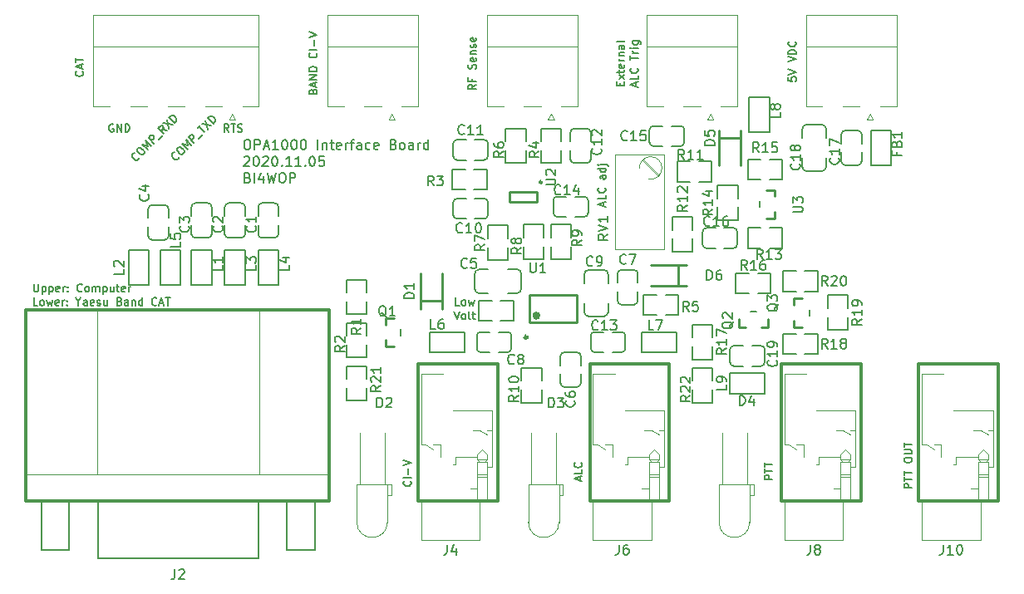
<source format=gbr>
%TF.GenerationSoftware,KiCad,Pcbnew,(5.1.4)-1*%
%TF.CreationDate,2020-11-06T00:28:36+08:00*%
%TF.ProjectId,interface,696e7465-7266-4616-9365-2e6b69636164,rev?*%
%TF.SameCoordinates,Original*%
%TF.FileFunction,Legend,Top*%
%TF.FilePolarity,Positive*%
%FSLAX46Y46*%
G04 Gerber Fmt 4.6, Leading zero omitted, Abs format (unit mm)*
G04 Created by KiCad (PCBNEW (5.1.4)-1) date 2020-11-06 00:28:36*
%MOMM*%
%LPD*%
G04 APERTURE LIST*
%ADD10C,0.200000*%
%ADD11C,0.254000*%
%ADD12C,0.120000*%
%ADD13C,0.250000*%
%ADD14C,0.300000*%
%ADD15C,0.400000*%
%ADD16C,0.150000*%
G04 APERTURE END LIST*
D10*
X64666666Y-70061904D02*
X64285714Y-70061904D01*
X64285714Y-69261904D01*
X65047619Y-70061904D02*
X64971428Y-70023809D01*
X64933333Y-69985714D01*
X64895238Y-69909523D01*
X64895238Y-69680952D01*
X64933333Y-69604761D01*
X64971428Y-69566666D01*
X65047619Y-69528571D01*
X65161904Y-69528571D01*
X65238095Y-69566666D01*
X65276190Y-69604761D01*
X65314285Y-69680952D01*
X65314285Y-69909523D01*
X65276190Y-69985714D01*
X65238095Y-70023809D01*
X65161904Y-70061904D01*
X65047619Y-70061904D01*
X65580952Y-69528571D02*
X65733333Y-70061904D01*
X65885714Y-69680952D01*
X66038095Y-70061904D01*
X66190476Y-69528571D01*
X64133333Y-70661904D02*
X64400000Y-71461904D01*
X64666666Y-70661904D01*
X65047619Y-71461904D02*
X64971428Y-71423809D01*
X64933333Y-71385714D01*
X64895238Y-71309523D01*
X64895238Y-71080952D01*
X64933333Y-71004761D01*
X64971428Y-70966666D01*
X65047619Y-70928571D01*
X65161904Y-70928571D01*
X65238095Y-70966666D01*
X65276190Y-71004761D01*
X65314285Y-71080952D01*
X65314285Y-71309523D01*
X65276190Y-71385714D01*
X65238095Y-71423809D01*
X65161904Y-71461904D01*
X65047619Y-71461904D01*
X65771428Y-71461904D02*
X65695238Y-71423809D01*
X65657142Y-71347619D01*
X65657142Y-70661904D01*
X65961904Y-70928571D02*
X66266666Y-70928571D01*
X66076190Y-70661904D02*
X66076190Y-71347619D01*
X66114285Y-71423809D01*
X66190476Y-71461904D01*
X66266666Y-71461904D01*
X42958571Y-53152380D02*
X43149047Y-53152380D01*
X43244285Y-53200000D01*
X43339523Y-53295238D01*
X43387142Y-53485714D01*
X43387142Y-53819047D01*
X43339523Y-54009523D01*
X43244285Y-54104761D01*
X43149047Y-54152380D01*
X42958571Y-54152380D01*
X42863333Y-54104761D01*
X42768095Y-54009523D01*
X42720476Y-53819047D01*
X42720476Y-53485714D01*
X42768095Y-53295238D01*
X42863333Y-53200000D01*
X42958571Y-53152380D01*
X43815714Y-54152380D02*
X43815714Y-53152380D01*
X44196666Y-53152380D01*
X44291904Y-53200000D01*
X44339523Y-53247619D01*
X44387142Y-53342857D01*
X44387142Y-53485714D01*
X44339523Y-53580952D01*
X44291904Y-53628571D01*
X44196666Y-53676190D01*
X43815714Y-53676190D01*
X44768095Y-53866666D02*
X45244285Y-53866666D01*
X44672857Y-54152380D02*
X45006190Y-53152380D01*
X45339523Y-54152380D01*
X46196666Y-54152380D02*
X45625238Y-54152380D01*
X45910952Y-54152380D02*
X45910952Y-53152380D01*
X45815714Y-53295238D01*
X45720476Y-53390476D01*
X45625238Y-53438095D01*
X46815714Y-53152380D02*
X46910952Y-53152380D01*
X47006190Y-53200000D01*
X47053809Y-53247619D01*
X47101428Y-53342857D01*
X47149047Y-53533333D01*
X47149047Y-53771428D01*
X47101428Y-53961904D01*
X47053809Y-54057142D01*
X47006190Y-54104761D01*
X46910952Y-54152380D01*
X46815714Y-54152380D01*
X46720476Y-54104761D01*
X46672857Y-54057142D01*
X46625238Y-53961904D01*
X46577619Y-53771428D01*
X46577619Y-53533333D01*
X46625238Y-53342857D01*
X46672857Y-53247619D01*
X46720476Y-53200000D01*
X46815714Y-53152380D01*
X47768095Y-53152380D02*
X47863333Y-53152380D01*
X47958571Y-53200000D01*
X48006190Y-53247619D01*
X48053809Y-53342857D01*
X48101428Y-53533333D01*
X48101428Y-53771428D01*
X48053809Y-53961904D01*
X48006190Y-54057142D01*
X47958571Y-54104761D01*
X47863333Y-54152380D01*
X47768095Y-54152380D01*
X47672857Y-54104761D01*
X47625238Y-54057142D01*
X47577619Y-53961904D01*
X47530000Y-53771428D01*
X47530000Y-53533333D01*
X47577619Y-53342857D01*
X47625238Y-53247619D01*
X47672857Y-53200000D01*
X47768095Y-53152380D01*
X48720476Y-53152380D02*
X48815714Y-53152380D01*
X48910952Y-53200000D01*
X48958571Y-53247619D01*
X49006190Y-53342857D01*
X49053809Y-53533333D01*
X49053809Y-53771428D01*
X49006190Y-53961904D01*
X48958571Y-54057142D01*
X48910952Y-54104761D01*
X48815714Y-54152380D01*
X48720476Y-54152380D01*
X48625238Y-54104761D01*
X48577619Y-54057142D01*
X48530000Y-53961904D01*
X48482380Y-53771428D01*
X48482380Y-53533333D01*
X48530000Y-53342857D01*
X48577619Y-53247619D01*
X48625238Y-53200000D01*
X48720476Y-53152380D01*
X50244285Y-54152380D02*
X50244285Y-53152380D01*
X50720476Y-53485714D02*
X50720476Y-54152380D01*
X50720476Y-53580952D02*
X50768095Y-53533333D01*
X50863333Y-53485714D01*
X51006190Y-53485714D01*
X51101428Y-53533333D01*
X51149047Y-53628571D01*
X51149047Y-54152380D01*
X51482380Y-53485714D02*
X51863333Y-53485714D01*
X51625238Y-53152380D02*
X51625238Y-54009523D01*
X51672857Y-54104761D01*
X51768095Y-54152380D01*
X51863333Y-54152380D01*
X52577619Y-54104761D02*
X52482380Y-54152380D01*
X52291904Y-54152380D01*
X52196666Y-54104761D01*
X52149047Y-54009523D01*
X52149047Y-53628571D01*
X52196666Y-53533333D01*
X52291904Y-53485714D01*
X52482380Y-53485714D01*
X52577619Y-53533333D01*
X52625238Y-53628571D01*
X52625238Y-53723809D01*
X52149047Y-53819047D01*
X53053809Y-54152380D02*
X53053809Y-53485714D01*
X53053809Y-53676190D02*
X53101428Y-53580952D01*
X53149047Y-53533333D01*
X53244285Y-53485714D01*
X53339523Y-53485714D01*
X53530000Y-53485714D02*
X53910952Y-53485714D01*
X53672857Y-54152380D02*
X53672857Y-53295238D01*
X53720476Y-53200000D01*
X53815714Y-53152380D01*
X53910952Y-53152380D01*
X54672857Y-54152380D02*
X54672857Y-53628571D01*
X54625238Y-53533333D01*
X54530000Y-53485714D01*
X54339523Y-53485714D01*
X54244285Y-53533333D01*
X54672857Y-54104761D02*
X54577619Y-54152380D01*
X54339523Y-54152380D01*
X54244285Y-54104761D01*
X54196666Y-54009523D01*
X54196666Y-53914285D01*
X54244285Y-53819047D01*
X54339523Y-53771428D01*
X54577619Y-53771428D01*
X54672857Y-53723809D01*
X55577619Y-54104761D02*
X55482380Y-54152380D01*
X55291904Y-54152380D01*
X55196666Y-54104761D01*
X55149047Y-54057142D01*
X55101428Y-53961904D01*
X55101428Y-53676190D01*
X55149047Y-53580952D01*
X55196666Y-53533333D01*
X55291904Y-53485714D01*
X55482380Y-53485714D01*
X55577619Y-53533333D01*
X56387142Y-54104761D02*
X56291904Y-54152380D01*
X56101428Y-54152380D01*
X56006190Y-54104761D01*
X55958571Y-54009523D01*
X55958571Y-53628571D01*
X56006190Y-53533333D01*
X56101428Y-53485714D01*
X56291904Y-53485714D01*
X56387142Y-53533333D01*
X56434761Y-53628571D01*
X56434761Y-53723809D01*
X55958571Y-53819047D01*
X57958571Y-53628571D02*
X58101428Y-53676190D01*
X58149047Y-53723809D01*
X58196666Y-53819047D01*
X58196666Y-53961904D01*
X58149047Y-54057142D01*
X58101428Y-54104761D01*
X58006190Y-54152380D01*
X57625238Y-54152380D01*
X57625238Y-53152380D01*
X57958571Y-53152380D01*
X58053809Y-53200000D01*
X58101428Y-53247619D01*
X58149047Y-53342857D01*
X58149047Y-53438095D01*
X58101428Y-53533333D01*
X58053809Y-53580952D01*
X57958571Y-53628571D01*
X57625238Y-53628571D01*
X58768095Y-54152380D02*
X58672857Y-54104761D01*
X58625238Y-54057142D01*
X58577619Y-53961904D01*
X58577619Y-53676190D01*
X58625238Y-53580952D01*
X58672857Y-53533333D01*
X58768095Y-53485714D01*
X58910952Y-53485714D01*
X59006190Y-53533333D01*
X59053809Y-53580952D01*
X59101428Y-53676190D01*
X59101428Y-53961904D01*
X59053809Y-54057142D01*
X59006190Y-54104761D01*
X58910952Y-54152380D01*
X58768095Y-54152380D01*
X59958571Y-54152380D02*
X59958571Y-53628571D01*
X59910952Y-53533333D01*
X59815714Y-53485714D01*
X59625238Y-53485714D01*
X59530000Y-53533333D01*
X59958571Y-54104761D02*
X59863333Y-54152380D01*
X59625238Y-54152380D01*
X59530000Y-54104761D01*
X59482380Y-54009523D01*
X59482380Y-53914285D01*
X59530000Y-53819047D01*
X59625238Y-53771428D01*
X59863333Y-53771428D01*
X59958571Y-53723809D01*
X60434761Y-54152380D02*
X60434761Y-53485714D01*
X60434761Y-53676190D02*
X60482380Y-53580952D01*
X60529999Y-53533333D01*
X60625238Y-53485714D01*
X60720476Y-53485714D01*
X61482380Y-54152380D02*
X61482380Y-53152380D01*
X61482380Y-54104761D02*
X61387142Y-54152380D01*
X61196666Y-54152380D01*
X61101428Y-54104761D01*
X61053809Y-54057142D01*
X61006190Y-53961904D01*
X61006190Y-53676190D01*
X61053809Y-53580952D01*
X61101428Y-53533333D01*
X61196666Y-53485714D01*
X61387142Y-53485714D01*
X61482380Y-53533333D01*
X42720476Y-54947619D02*
X42768095Y-54900000D01*
X42863333Y-54852380D01*
X43101428Y-54852380D01*
X43196666Y-54900000D01*
X43244285Y-54947619D01*
X43291904Y-55042857D01*
X43291904Y-55138095D01*
X43244285Y-55280952D01*
X42672857Y-55852380D01*
X43291904Y-55852380D01*
X43910952Y-54852380D02*
X44006190Y-54852380D01*
X44101428Y-54900000D01*
X44149047Y-54947619D01*
X44196666Y-55042857D01*
X44244285Y-55233333D01*
X44244285Y-55471428D01*
X44196666Y-55661904D01*
X44149047Y-55757142D01*
X44101428Y-55804761D01*
X44006190Y-55852380D01*
X43910952Y-55852380D01*
X43815714Y-55804761D01*
X43768095Y-55757142D01*
X43720476Y-55661904D01*
X43672857Y-55471428D01*
X43672857Y-55233333D01*
X43720476Y-55042857D01*
X43768095Y-54947619D01*
X43815714Y-54900000D01*
X43910952Y-54852380D01*
X44625238Y-54947619D02*
X44672857Y-54900000D01*
X44768095Y-54852380D01*
X45006190Y-54852380D01*
X45101428Y-54900000D01*
X45149047Y-54947619D01*
X45196666Y-55042857D01*
X45196666Y-55138095D01*
X45149047Y-55280952D01*
X44577619Y-55852380D01*
X45196666Y-55852380D01*
X45815714Y-54852380D02*
X45910952Y-54852380D01*
X46006190Y-54900000D01*
X46053809Y-54947619D01*
X46101428Y-55042857D01*
X46149047Y-55233333D01*
X46149047Y-55471428D01*
X46101428Y-55661904D01*
X46053809Y-55757142D01*
X46006190Y-55804761D01*
X45910952Y-55852380D01*
X45815714Y-55852380D01*
X45720476Y-55804761D01*
X45672857Y-55757142D01*
X45625238Y-55661904D01*
X45577619Y-55471428D01*
X45577619Y-55233333D01*
X45625238Y-55042857D01*
X45672857Y-54947619D01*
X45720476Y-54900000D01*
X45815714Y-54852380D01*
X46577619Y-55757142D02*
X46625238Y-55804761D01*
X46577619Y-55852380D01*
X46530000Y-55804761D01*
X46577619Y-55757142D01*
X46577619Y-55852380D01*
X47577619Y-55852380D02*
X47006190Y-55852380D01*
X47291904Y-55852380D02*
X47291904Y-54852380D01*
X47196666Y-54995238D01*
X47101428Y-55090476D01*
X47006190Y-55138095D01*
X48530000Y-55852380D02*
X47958571Y-55852380D01*
X48244285Y-55852380D02*
X48244285Y-54852380D01*
X48149047Y-54995238D01*
X48053809Y-55090476D01*
X47958571Y-55138095D01*
X48958571Y-55757142D02*
X49006190Y-55804761D01*
X48958571Y-55852380D01*
X48910952Y-55804761D01*
X48958571Y-55757142D01*
X48958571Y-55852380D01*
X49625238Y-54852380D02*
X49720476Y-54852380D01*
X49815714Y-54900000D01*
X49863333Y-54947619D01*
X49910952Y-55042857D01*
X49958571Y-55233333D01*
X49958571Y-55471428D01*
X49910952Y-55661904D01*
X49863333Y-55757142D01*
X49815714Y-55804761D01*
X49720476Y-55852380D01*
X49625238Y-55852380D01*
X49530000Y-55804761D01*
X49482380Y-55757142D01*
X49434761Y-55661904D01*
X49387142Y-55471428D01*
X49387142Y-55233333D01*
X49434761Y-55042857D01*
X49482380Y-54947619D01*
X49530000Y-54900000D01*
X49625238Y-54852380D01*
X50863333Y-54852380D02*
X50387142Y-54852380D01*
X50339523Y-55328571D01*
X50387142Y-55280952D01*
X50482380Y-55233333D01*
X50720476Y-55233333D01*
X50815714Y-55280952D01*
X50863333Y-55328571D01*
X50910952Y-55423809D01*
X50910952Y-55661904D01*
X50863333Y-55757142D01*
X50815714Y-55804761D01*
X50720476Y-55852380D01*
X50482380Y-55852380D01*
X50387142Y-55804761D01*
X50339523Y-55757142D01*
X43101428Y-57028571D02*
X43244285Y-57076190D01*
X43291904Y-57123809D01*
X43339523Y-57219047D01*
X43339523Y-57361904D01*
X43291904Y-57457142D01*
X43244285Y-57504761D01*
X43149047Y-57552380D01*
X42768095Y-57552380D01*
X42768095Y-56552380D01*
X43101428Y-56552380D01*
X43196666Y-56600000D01*
X43244285Y-56647619D01*
X43291904Y-56742857D01*
X43291904Y-56838095D01*
X43244285Y-56933333D01*
X43196666Y-56980952D01*
X43101428Y-57028571D01*
X42768095Y-57028571D01*
X43768095Y-57552380D02*
X43768095Y-56552380D01*
X44672857Y-56885714D02*
X44672857Y-57552380D01*
X44434761Y-56504761D02*
X44196666Y-57219047D01*
X44815714Y-57219047D01*
X45101428Y-56552380D02*
X45339523Y-57552380D01*
X45530000Y-56838095D01*
X45720476Y-57552380D01*
X45958571Y-56552380D01*
X46530000Y-56552380D02*
X46720476Y-56552380D01*
X46815714Y-56600000D01*
X46910952Y-56695238D01*
X46958571Y-56885714D01*
X46958571Y-57219047D01*
X46910952Y-57409523D01*
X46815714Y-57504761D01*
X46720476Y-57552380D01*
X46530000Y-57552380D01*
X46434761Y-57504761D01*
X46339523Y-57409523D01*
X46291904Y-57219047D01*
X46291904Y-56885714D01*
X46339523Y-56695238D01*
X46434761Y-56600000D01*
X46530000Y-56552380D01*
X47387142Y-57552380D02*
X47387142Y-56552380D01*
X47768095Y-56552380D01*
X47863333Y-56600000D01*
X47910952Y-56647619D01*
X47958571Y-56742857D01*
X47958571Y-56885714D01*
X47910952Y-56980952D01*
X47863333Y-57028571D01*
X47768095Y-57076190D01*
X47387142Y-57076190D01*
X21320476Y-67861904D02*
X21320476Y-68509523D01*
X21358571Y-68585714D01*
X21396666Y-68623809D01*
X21472857Y-68661904D01*
X21625238Y-68661904D01*
X21701428Y-68623809D01*
X21739523Y-68585714D01*
X21777619Y-68509523D01*
X21777619Y-67861904D01*
X22158571Y-68128571D02*
X22158571Y-68928571D01*
X22158571Y-68166666D02*
X22234761Y-68128571D01*
X22387142Y-68128571D01*
X22463333Y-68166666D01*
X22501428Y-68204761D01*
X22539523Y-68280952D01*
X22539523Y-68509523D01*
X22501428Y-68585714D01*
X22463333Y-68623809D01*
X22387142Y-68661904D01*
X22234761Y-68661904D01*
X22158571Y-68623809D01*
X22882380Y-68128571D02*
X22882380Y-68928571D01*
X22882380Y-68166666D02*
X22958571Y-68128571D01*
X23110952Y-68128571D01*
X23187142Y-68166666D01*
X23225238Y-68204761D01*
X23263333Y-68280952D01*
X23263333Y-68509523D01*
X23225238Y-68585714D01*
X23187142Y-68623809D01*
X23110952Y-68661904D01*
X22958571Y-68661904D01*
X22882380Y-68623809D01*
X23910952Y-68623809D02*
X23834761Y-68661904D01*
X23682380Y-68661904D01*
X23606190Y-68623809D01*
X23568095Y-68547619D01*
X23568095Y-68242857D01*
X23606190Y-68166666D01*
X23682380Y-68128571D01*
X23834761Y-68128571D01*
X23910952Y-68166666D01*
X23949047Y-68242857D01*
X23949047Y-68319047D01*
X23568095Y-68395238D01*
X24291904Y-68661904D02*
X24291904Y-68128571D01*
X24291904Y-68280952D02*
X24330000Y-68204761D01*
X24368095Y-68166666D01*
X24444285Y-68128571D01*
X24520476Y-68128571D01*
X24787142Y-68585714D02*
X24825238Y-68623809D01*
X24787142Y-68661904D01*
X24749047Y-68623809D01*
X24787142Y-68585714D01*
X24787142Y-68661904D01*
X24787142Y-68166666D02*
X24825238Y-68204761D01*
X24787142Y-68242857D01*
X24749047Y-68204761D01*
X24787142Y-68166666D01*
X24787142Y-68242857D01*
X26234761Y-68585714D02*
X26196666Y-68623809D01*
X26082380Y-68661904D01*
X26006190Y-68661904D01*
X25891904Y-68623809D01*
X25815714Y-68547619D01*
X25777619Y-68471428D01*
X25739523Y-68319047D01*
X25739523Y-68204761D01*
X25777619Y-68052380D01*
X25815714Y-67976190D01*
X25891904Y-67900000D01*
X26006190Y-67861904D01*
X26082380Y-67861904D01*
X26196666Y-67900000D01*
X26234761Y-67938095D01*
X26691904Y-68661904D02*
X26615714Y-68623809D01*
X26577619Y-68585714D01*
X26539523Y-68509523D01*
X26539523Y-68280952D01*
X26577619Y-68204761D01*
X26615714Y-68166666D01*
X26691904Y-68128571D01*
X26806190Y-68128571D01*
X26882380Y-68166666D01*
X26920476Y-68204761D01*
X26958571Y-68280952D01*
X26958571Y-68509523D01*
X26920476Y-68585714D01*
X26882380Y-68623809D01*
X26806190Y-68661904D01*
X26691904Y-68661904D01*
X27301428Y-68661904D02*
X27301428Y-68128571D01*
X27301428Y-68204761D02*
X27339523Y-68166666D01*
X27415714Y-68128571D01*
X27530000Y-68128571D01*
X27606190Y-68166666D01*
X27644285Y-68242857D01*
X27644285Y-68661904D01*
X27644285Y-68242857D02*
X27682380Y-68166666D01*
X27758571Y-68128571D01*
X27872857Y-68128571D01*
X27949047Y-68166666D01*
X27987142Y-68242857D01*
X27987142Y-68661904D01*
X28368095Y-68128571D02*
X28368095Y-68928571D01*
X28368095Y-68166666D02*
X28444285Y-68128571D01*
X28596666Y-68128571D01*
X28672857Y-68166666D01*
X28710952Y-68204761D01*
X28749047Y-68280952D01*
X28749047Y-68509523D01*
X28710952Y-68585714D01*
X28672857Y-68623809D01*
X28596666Y-68661904D01*
X28444285Y-68661904D01*
X28368095Y-68623809D01*
X29434761Y-68128571D02*
X29434761Y-68661904D01*
X29091904Y-68128571D02*
X29091904Y-68547619D01*
X29130000Y-68623809D01*
X29206190Y-68661904D01*
X29320476Y-68661904D01*
X29396666Y-68623809D01*
X29434761Y-68585714D01*
X29701428Y-68128571D02*
X30006190Y-68128571D01*
X29815714Y-67861904D02*
X29815714Y-68547619D01*
X29853809Y-68623809D01*
X29930000Y-68661904D01*
X30006190Y-68661904D01*
X30577619Y-68623809D02*
X30501428Y-68661904D01*
X30349047Y-68661904D01*
X30272857Y-68623809D01*
X30234761Y-68547619D01*
X30234761Y-68242857D01*
X30272857Y-68166666D01*
X30349047Y-68128571D01*
X30501428Y-68128571D01*
X30577619Y-68166666D01*
X30615714Y-68242857D01*
X30615714Y-68319047D01*
X30234761Y-68395238D01*
X30958571Y-68661904D02*
X30958571Y-68128571D01*
X30958571Y-68280952D02*
X30996666Y-68204761D01*
X31034761Y-68166666D01*
X31110952Y-68128571D01*
X31187142Y-68128571D01*
X21701428Y-70061904D02*
X21320476Y-70061904D01*
X21320476Y-69261904D01*
X22082380Y-70061904D02*
X22006190Y-70023809D01*
X21968095Y-69985714D01*
X21930000Y-69909523D01*
X21930000Y-69680952D01*
X21968095Y-69604761D01*
X22006190Y-69566666D01*
X22082380Y-69528571D01*
X22196666Y-69528571D01*
X22272857Y-69566666D01*
X22310952Y-69604761D01*
X22349047Y-69680952D01*
X22349047Y-69909523D01*
X22310952Y-69985714D01*
X22272857Y-70023809D01*
X22196666Y-70061904D01*
X22082380Y-70061904D01*
X22615714Y-69528571D02*
X22768095Y-70061904D01*
X22920476Y-69680952D01*
X23072857Y-70061904D01*
X23225238Y-69528571D01*
X23834761Y-70023809D02*
X23758571Y-70061904D01*
X23606190Y-70061904D01*
X23530000Y-70023809D01*
X23491904Y-69947619D01*
X23491904Y-69642857D01*
X23530000Y-69566666D01*
X23606190Y-69528571D01*
X23758571Y-69528571D01*
X23834761Y-69566666D01*
X23872857Y-69642857D01*
X23872857Y-69719047D01*
X23491904Y-69795238D01*
X24215714Y-70061904D02*
X24215714Y-69528571D01*
X24215714Y-69680952D02*
X24253809Y-69604761D01*
X24291904Y-69566666D01*
X24368095Y-69528571D01*
X24444285Y-69528571D01*
X24710952Y-69985714D02*
X24749047Y-70023809D01*
X24710952Y-70061904D01*
X24672857Y-70023809D01*
X24710952Y-69985714D01*
X24710952Y-70061904D01*
X24710952Y-69566666D02*
X24749047Y-69604761D01*
X24710952Y-69642857D01*
X24672857Y-69604761D01*
X24710952Y-69566666D01*
X24710952Y-69642857D01*
X25853809Y-69680952D02*
X25853809Y-70061904D01*
X25587142Y-69261904D02*
X25853809Y-69680952D01*
X26120476Y-69261904D01*
X26730000Y-70061904D02*
X26730000Y-69642857D01*
X26691904Y-69566666D01*
X26615714Y-69528571D01*
X26463333Y-69528571D01*
X26387142Y-69566666D01*
X26730000Y-70023809D02*
X26653809Y-70061904D01*
X26463333Y-70061904D01*
X26387142Y-70023809D01*
X26349047Y-69947619D01*
X26349047Y-69871428D01*
X26387142Y-69795238D01*
X26463333Y-69757142D01*
X26653809Y-69757142D01*
X26730000Y-69719047D01*
X27415714Y-70023809D02*
X27339523Y-70061904D01*
X27187142Y-70061904D01*
X27110952Y-70023809D01*
X27072857Y-69947619D01*
X27072857Y-69642857D01*
X27110952Y-69566666D01*
X27187142Y-69528571D01*
X27339523Y-69528571D01*
X27415714Y-69566666D01*
X27453809Y-69642857D01*
X27453809Y-69719047D01*
X27072857Y-69795238D01*
X27758571Y-70023809D02*
X27834761Y-70061904D01*
X27987142Y-70061904D01*
X28063333Y-70023809D01*
X28101428Y-69947619D01*
X28101428Y-69909523D01*
X28063333Y-69833333D01*
X27987142Y-69795238D01*
X27872857Y-69795238D01*
X27796666Y-69757142D01*
X27758571Y-69680952D01*
X27758571Y-69642857D01*
X27796666Y-69566666D01*
X27872857Y-69528571D01*
X27987142Y-69528571D01*
X28063333Y-69566666D01*
X28787142Y-69528571D02*
X28787142Y-70061904D01*
X28444285Y-69528571D02*
X28444285Y-69947619D01*
X28482380Y-70023809D01*
X28558571Y-70061904D01*
X28672857Y-70061904D01*
X28749047Y-70023809D01*
X28787142Y-69985714D01*
X30044285Y-69642857D02*
X30158571Y-69680952D01*
X30196666Y-69719047D01*
X30234761Y-69795238D01*
X30234761Y-69909523D01*
X30196666Y-69985714D01*
X30158571Y-70023809D01*
X30082380Y-70061904D01*
X29777619Y-70061904D01*
X29777619Y-69261904D01*
X30044285Y-69261904D01*
X30120476Y-69300000D01*
X30158571Y-69338095D01*
X30196666Y-69414285D01*
X30196666Y-69490476D01*
X30158571Y-69566666D01*
X30120476Y-69604761D01*
X30044285Y-69642857D01*
X29777619Y-69642857D01*
X30920476Y-70061904D02*
X30920476Y-69642857D01*
X30882380Y-69566666D01*
X30806190Y-69528571D01*
X30653809Y-69528571D01*
X30577619Y-69566666D01*
X30920476Y-70023809D02*
X30844285Y-70061904D01*
X30653809Y-70061904D01*
X30577619Y-70023809D01*
X30539523Y-69947619D01*
X30539523Y-69871428D01*
X30577619Y-69795238D01*
X30653809Y-69757142D01*
X30844285Y-69757142D01*
X30920476Y-69719047D01*
X31301428Y-69528571D02*
X31301428Y-70061904D01*
X31301428Y-69604761D02*
X31339523Y-69566666D01*
X31415714Y-69528571D01*
X31530000Y-69528571D01*
X31606190Y-69566666D01*
X31644285Y-69642857D01*
X31644285Y-70061904D01*
X32368095Y-70061904D02*
X32368095Y-69261904D01*
X32368095Y-70023809D02*
X32291904Y-70061904D01*
X32139523Y-70061904D01*
X32063333Y-70023809D01*
X32025238Y-69985714D01*
X31987142Y-69909523D01*
X31987142Y-69680952D01*
X32025238Y-69604761D01*
X32063333Y-69566666D01*
X32139523Y-69528571D01*
X32291904Y-69528571D01*
X32368095Y-69566666D01*
X33815714Y-69985714D02*
X33777619Y-70023809D01*
X33663333Y-70061904D01*
X33587142Y-70061904D01*
X33472857Y-70023809D01*
X33396666Y-69947619D01*
X33358571Y-69871428D01*
X33320476Y-69719047D01*
X33320476Y-69604761D01*
X33358571Y-69452380D01*
X33396666Y-69376190D01*
X33472857Y-69300000D01*
X33587142Y-69261904D01*
X33663333Y-69261904D01*
X33777619Y-69300000D01*
X33815714Y-69338095D01*
X34120476Y-69833333D02*
X34501428Y-69833333D01*
X34044285Y-70061904D02*
X34310952Y-69261904D01*
X34577619Y-70061904D01*
X34730000Y-69261904D02*
X35187142Y-69261904D01*
X34958571Y-70061904D02*
X34958571Y-69261904D01*
X110761904Y-88666666D02*
X109961904Y-88666666D01*
X109961904Y-88361904D01*
X110000000Y-88285714D01*
X110038095Y-88247619D01*
X110114285Y-88209523D01*
X110228571Y-88209523D01*
X110304761Y-88247619D01*
X110342857Y-88285714D01*
X110380952Y-88361904D01*
X110380952Y-88666666D01*
X109961904Y-87980952D02*
X109961904Y-87523809D01*
X110761904Y-87752380D02*
X109961904Y-87752380D01*
X109961904Y-87371428D02*
X109961904Y-86914285D01*
X110761904Y-87142857D02*
X109961904Y-87142857D01*
X109961904Y-85885714D02*
X109961904Y-85733333D01*
X110000000Y-85657142D01*
X110076190Y-85580952D01*
X110228571Y-85542857D01*
X110495238Y-85542857D01*
X110647619Y-85580952D01*
X110723809Y-85657142D01*
X110761904Y-85733333D01*
X110761904Y-85885714D01*
X110723809Y-85961904D01*
X110647619Y-86038095D01*
X110495238Y-86076190D01*
X110228571Y-86076190D01*
X110076190Y-86038095D01*
X110000000Y-85961904D01*
X109961904Y-85885714D01*
X109961904Y-85200000D02*
X110609523Y-85200000D01*
X110685714Y-85161904D01*
X110723809Y-85123809D01*
X110761904Y-85047619D01*
X110761904Y-84895238D01*
X110723809Y-84819047D01*
X110685714Y-84780952D01*
X110609523Y-84742857D01*
X109961904Y-84742857D01*
X109961904Y-84476190D02*
X109961904Y-84019047D01*
X110761904Y-84247619D02*
X109961904Y-84247619D01*
X96561904Y-87819047D02*
X95761904Y-87819047D01*
X95761904Y-87514285D01*
X95800000Y-87438095D01*
X95838095Y-87400000D01*
X95914285Y-87361904D01*
X96028571Y-87361904D01*
X96104761Y-87400000D01*
X96142857Y-87438095D01*
X96180952Y-87514285D01*
X96180952Y-87819047D01*
X95761904Y-87133333D02*
X95761904Y-86676190D01*
X96561904Y-86904761D02*
X95761904Y-86904761D01*
X95761904Y-86523809D02*
X95761904Y-86066666D01*
X96561904Y-86295238D02*
X95761904Y-86295238D01*
X76933333Y-87914285D02*
X76933333Y-87533333D01*
X77161904Y-87990476D02*
X76361904Y-87723809D01*
X77161904Y-87457142D01*
X77161904Y-86809523D02*
X77161904Y-87190476D01*
X76361904Y-87190476D01*
X77085714Y-86085714D02*
X77123809Y-86123809D01*
X77161904Y-86238095D01*
X77161904Y-86314285D01*
X77123809Y-86428571D01*
X77047619Y-86504761D01*
X76971428Y-86542857D01*
X76819047Y-86580952D01*
X76704761Y-86580952D01*
X76552380Y-86542857D01*
X76476190Y-86504761D01*
X76400000Y-86428571D01*
X76361904Y-86314285D01*
X76361904Y-86238095D01*
X76400000Y-86123809D01*
X76438095Y-86085714D01*
X59685714Y-87980952D02*
X59723809Y-88019047D01*
X59761904Y-88133333D01*
X59761904Y-88209523D01*
X59723809Y-88323809D01*
X59647619Y-88400000D01*
X59571428Y-88438095D01*
X59419047Y-88476190D01*
X59304761Y-88476190D01*
X59152380Y-88438095D01*
X59076190Y-88400000D01*
X59000000Y-88323809D01*
X58961904Y-88209523D01*
X58961904Y-88133333D01*
X59000000Y-88019047D01*
X59038095Y-87980952D01*
X59761904Y-87638095D02*
X58961904Y-87638095D01*
X59457142Y-87257142D02*
X59457142Y-86647619D01*
X58961904Y-86380952D02*
X59761904Y-86114285D01*
X58961904Y-85847619D01*
X79333333Y-59933333D02*
X79333333Y-59552380D01*
X79561904Y-60009523D02*
X78761904Y-59742857D01*
X79561904Y-59476190D01*
X79561904Y-58828571D02*
X79561904Y-59209523D01*
X78761904Y-59209523D01*
X79485714Y-58104761D02*
X79523809Y-58142857D01*
X79561904Y-58257142D01*
X79561904Y-58333333D01*
X79523809Y-58447619D01*
X79447619Y-58523809D01*
X79371428Y-58561904D01*
X79219047Y-58600000D01*
X79104761Y-58600000D01*
X78952380Y-58561904D01*
X78876190Y-58523809D01*
X78800000Y-58447619D01*
X78761904Y-58333333D01*
X78761904Y-58257142D01*
X78800000Y-58142857D01*
X78838095Y-58104761D01*
X79561904Y-56809523D02*
X79142857Y-56809523D01*
X79066666Y-56847619D01*
X79028571Y-56923809D01*
X79028571Y-57076190D01*
X79066666Y-57152380D01*
X79523809Y-56809523D02*
X79561904Y-56885714D01*
X79561904Y-57076190D01*
X79523809Y-57152380D01*
X79447619Y-57190476D01*
X79371428Y-57190476D01*
X79295238Y-57152380D01*
X79257142Y-57076190D01*
X79257142Y-56885714D01*
X79219047Y-56809523D01*
X79561904Y-56085714D02*
X78761904Y-56085714D01*
X79523809Y-56085714D02*
X79561904Y-56161904D01*
X79561904Y-56314285D01*
X79523809Y-56390476D01*
X79485714Y-56428571D01*
X79409523Y-56466666D01*
X79180952Y-56466666D01*
X79104761Y-56428571D01*
X79066666Y-56390476D01*
X79028571Y-56314285D01*
X79028571Y-56161904D01*
X79066666Y-56085714D01*
X79028571Y-55704761D02*
X79714285Y-55704761D01*
X79790476Y-55742857D01*
X79828571Y-55819047D01*
X79828571Y-55857142D01*
X78761904Y-55704761D02*
X78800000Y-55742857D01*
X78838095Y-55704761D01*
X78800000Y-55666666D01*
X78761904Y-55704761D01*
X78838095Y-55704761D01*
X98161904Y-46800000D02*
X98161904Y-47180952D01*
X98542857Y-47219047D01*
X98504761Y-47180952D01*
X98466666Y-47104761D01*
X98466666Y-46914285D01*
X98504761Y-46838095D01*
X98542857Y-46800000D01*
X98619047Y-46761904D01*
X98809523Y-46761904D01*
X98885714Y-46800000D01*
X98923809Y-46838095D01*
X98961904Y-46914285D01*
X98961904Y-47104761D01*
X98923809Y-47180952D01*
X98885714Y-47219047D01*
X98161904Y-46533333D02*
X98961904Y-46266666D01*
X98161904Y-46000000D01*
X98161904Y-45238095D02*
X98961904Y-44971428D01*
X98161904Y-44704761D01*
X98961904Y-44438095D02*
X98161904Y-44438095D01*
X98161904Y-44247619D01*
X98200000Y-44133333D01*
X98276190Y-44057142D01*
X98352380Y-44019047D01*
X98504761Y-43980952D01*
X98619047Y-43980952D01*
X98771428Y-44019047D01*
X98847619Y-44057142D01*
X98923809Y-44133333D01*
X98961904Y-44247619D01*
X98961904Y-44438095D01*
X98885714Y-43180952D02*
X98923809Y-43219047D01*
X98961904Y-43333333D01*
X98961904Y-43409523D01*
X98923809Y-43523809D01*
X98847619Y-43600000D01*
X98771428Y-43638095D01*
X98619047Y-43676190D01*
X98504761Y-43676190D01*
X98352380Y-43638095D01*
X98276190Y-43600000D01*
X98200000Y-43523809D01*
X98161904Y-43409523D01*
X98161904Y-43333333D01*
X98200000Y-43219047D01*
X98238095Y-43180952D01*
X81042857Y-47647619D02*
X81042857Y-47380952D01*
X81461904Y-47266666D02*
X81461904Y-47647619D01*
X80661904Y-47647619D01*
X80661904Y-47266666D01*
X81461904Y-47000000D02*
X80928571Y-46580952D01*
X80928571Y-47000000D02*
X81461904Y-46580952D01*
X80928571Y-46390476D02*
X80928571Y-46085714D01*
X80661904Y-46276190D02*
X81347619Y-46276190D01*
X81423809Y-46238095D01*
X81461904Y-46161904D01*
X81461904Y-46085714D01*
X81423809Y-45514285D02*
X81461904Y-45590476D01*
X81461904Y-45742857D01*
X81423809Y-45819047D01*
X81347619Y-45857142D01*
X81042857Y-45857142D01*
X80966666Y-45819047D01*
X80928571Y-45742857D01*
X80928571Y-45590476D01*
X80966666Y-45514285D01*
X81042857Y-45476190D01*
X81119047Y-45476190D01*
X81195238Y-45857142D01*
X81461904Y-45133333D02*
X80928571Y-45133333D01*
X81080952Y-45133333D02*
X81004761Y-45095238D01*
X80966666Y-45057142D01*
X80928571Y-44980952D01*
X80928571Y-44904761D01*
X80928571Y-44638095D02*
X81461904Y-44638095D01*
X81004761Y-44638095D02*
X80966666Y-44600000D01*
X80928571Y-44523809D01*
X80928571Y-44409523D01*
X80966666Y-44333333D01*
X81042857Y-44295238D01*
X81461904Y-44295238D01*
X81461904Y-43571428D02*
X81042857Y-43571428D01*
X80966666Y-43609523D01*
X80928571Y-43685714D01*
X80928571Y-43838095D01*
X80966666Y-43914285D01*
X81423809Y-43571428D02*
X81461904Y-43647619D01*
X81461904Y-43838095D01*
X81423809Y-43914285D01*
X81347619Y-43952380D01*
X81271428Y-43952380D01*
X81195238Y-43914285D01*
X81157142Y-43838095D01*
X81157142Y-43647619D01*
X81119047Y-43571428D01*
X81461904Y-43076190D02*
X81423809Y-43152380D01*
X81347619Y-43190476D01*
X80661904Y-43190476D01*
X82633333Y-47723809D02*
X82633333Y-47342857D01*
X82861904Y-47800000D02*
X82061904Y-47533333D01*
X82861904Y-47266666D01*
X82861904Y-46619047D02*
X82861904Y-47000000D01*
X82061904Y-47000000D01*
X82785714Y-45895238D02*
X82823809Y-45933333D01*
X82861904Y-46047619D01*
X82861904Y-46123809D01*
X82823809Y-46238095D01*
X82747619Y-46314285D01*
X82671428Y-46352380D01*
X82519047Y-46390476D01*
X82404761Y-46390476D01*
X82252380Y-46352380D01*
X82176190Y-46314285D01*
X82100000Y-46238095D01*
X82061904Y-46123809D01*
X82061904Y-46047619D01*
X82100000Y-45933333D01*
X82138095Y-45895238D01*
X82061904Y-45057142D02*
X82061904Y-44600000D01*
X82861904Y-44828571D02*
X82061904Y-44828571D01*
X82861904Y-44333333D02*
X82328571Y-44333333D01*
X82480952Y-44333333D02*
X82404761Y-44295238D01*
X82366666Y-44257142D01*
X82328571Y-44180952D01*
X82328571Y-44104761D01*
X82861904Y-43838095D02*
X82328571Y-43838095D01*
X82061904Y-43838095D02*
X82100000Y-43876190D01*
X82138095Y-43838095D01*
X82100000Y-43800000D01*
X82061904Y-43838095D01*
X82138095Y-43838095D01*
X82328571Y-43114285D02*
X82976190Y-43114285D01*
X83052380Y-43152380D01*
X83090476Y-43190476D01*
X83128571Y-43266666D01*
X83128571Y-43380952D01*
X83090476Y-43457142D01*
X82823809Y-43114285D02*
X82861904Y-43190476D01*
X82861904Y-43342857D01*
X82823809Y-43419047D01*
X82785714Y-43457142D01*
X82709523Y-43495238D01*
X82480952Y-43495238D01*
X82404761Y-43457142D01*
X82366666Y-43419047D01*
X82328571Y-43342857D01*
X82328571Y-43190476D01*
X82366666Y-43114285D01*
X66361904Y-47552380D02*
X65980952Y-47819047D01*
X66361904Y-48009523D02*
X65561904Y-48009523D01*
X65561904Y-47704761D01*
X65600000Y-47628571D01*
X65638095Y-47590476D01*
X65714285Y-47552380D01*
X65828571Y-47552380D01*
X65904761Y-47590476D01*
X65942857Y-47628571D01*
X65980952Y-47704761D01*
X65980952Y-48009523D01*
X65942857Y-46942857D02*
X65942857Y-47209523D01*
X66361904Y-47209523D02*
X65561904Y-47209523D01*
X65561904Y-46828571D01*
X66323809Y-45952380D02*
X66361904Y-45838095D01*
X66361904Y-45647619D01*
X66323809Y-45571428D01*
X66285714Y-45533333D01*
X66209523Y-45495238D01*
X66133333Y-45495238D01*
X66057142Y-45533333D01*
X66019047Y-45571428D01*
X65980952Y-45647619D01*
X65942857Y-45800000D01*
X65904761Y-45876190D01*
X65866666Y-45914285D01*
X65790476Y-45952380D01*
X65714285Y-45952380D01*
X65638095Y-45914285D01*
X65600000Y-45876190D01*
X65561904Y-45800000D01*
X65561904Y-45609523D01*
X65600000Y-45495238D01*
X66323809Y-44847619D02*
X66361904Y-44923809D01*
X66361904Y-45076190D01*
X66323809Y-45152380D01*
X66247619Y-45190476D01*
X65942857Y-45190476D01*
X65866666Y-45152380D01*
X65828571Y-45076190D01*
X65828571Y-44923809D01*
X65866666Y-44847619D01*
X65942857Y-44809523D01*
X66019047Y-44809523D01*
X66095238Y-45190476D01*
X65828571Y-44466666D02*
X66361904Y-44466666D01*
X65904761Y-44466666D02*
X65866666Y-44428571D01*
X65828571Y-44352380D01*
X65828571Y-44238095D01*
X65866666Y-44161904D01*
X65942857Y-44123809D01*
X66361904Y-44123809D01*
X66323809Y-43780952D02*
X66361904Y-43704761D01*
X66361904Y-43552380D01*
X66323809Y-43476190D01*
X66247619Y-43438095D01*
X66209523Y-43438095D01*
X66133333Y-43476190D01*
X66095238Y-43552380D01*
X66095238Y-43666666D01*
X66057142Y-43742857D01*
X65980952Y-43780952D01*
X65942857Y-43780952D01*
X65866666Y-43742857D01*
X65828571Y-43666666D01*
X65828571Y-43552380D01*
X65866666Y-43476190D01*
X66323809Y-42790476D02*
X66361904Y-42866666D01*
X66361904Y-43019047D01*
X66323809Y-43095238D01*
X66247619Y-43133333D01*
X65942857Y-43133333D01*
X65866666Y-43095238D01*
X65828571Y-43019047D01*
X65828571Y-42866666D01*
X65866666Y-42790476D01*
X65942857Y-42752380D01*
X66019047Y-42752380D01*
X66095238Y-43133333D01*
X49742857Y-48238095D02*
X49780952Y-48123809D01*
X49819047Y-48085714D01*
X49895238Y-48047619D01*
X50009523Y-48047619D01*
X50085714Y-48085714D01*
X50123809Y-48123809D01*
X50161904Y-48200000D01*
X50161904Y-48504761D01*
X49361904Y-48504761D01*
X49361904Y-48238095D01*
X49400000Y-48161904D01*
X49438095Y-48123809D01*
X49514285Y-48085714D01*
X49590476Y-48085714D01*
X49666666Y-48123809D01*
X49704761Y-48161904D01*
X49742857Y-48238095D01*
X49742857Y-48504761D01*
X49933333Y-47742857D02*
X49933333Y-47361904D01*
X50161904Y-47819047D02*
X49361904Y-47552380D01*
X50161904Y-47285714D01*
X50161904Y-47019047D02*
X49361904Y-47019047D01*
X50161904Y-46561904D01*
X49361904Y-46561904D01*
X50161904Y-46180952D02*
X49361904Y-46180952D01*
X49361904Y-45990476D01*
X49400000Y-45876190D01*
X49476190Y-45800000D01*
X49552380Y-45761904D01*
X49704761Y-45723809D01*
X49819047Y-45723809D01*
X49971428Y-45761904D01*
X50047619Y-45800000D01*
X50123809Y-45876190D01*
X50161904Y-45990476D01*
X50161904Y-46180952D01*
X50085714Y-44314285D02*
X50123809Y-44352380D01*
X50161904Y-44466666D01*
X50161904Y-44542857D01*
X50123809Y-44657142D01*
X50047619Y-44733333D01*
X49971428Y-44771428D01*
X49819047Y-44809523D01*
X49704761Y-44809523D01*
X49552380Y-44771428D01*
X49476190Y-44733333D01*
X49400000Y-44657142D01*
X49361904Y-44542857D01*
X49361904Y-44466666D01*
X49400000Y-44352380D01*
X49438095Y-44314285D01*
X50161904Y-43971428D02*
X49361904Y-43971428D01*
X49857142Y-43590476D02*
X49857142Y-42980952D01*
X49361904Y-42714285D02*
X50161904Y-42447619D01*
X49361904Y-42180952D01*
X41161904Y-52361904D02*
X40895238Y-51980952D01*
X40704761Y-52361904D02*
X40704761Y-51561904D01*
X41009523Y-51561904D01*
X41085714Y-51600000D01*
X41123809Y-51638095D01*
X41161904Y-51714285D01*
X41161904Y-51828571D01*
X41123809Y-51904761D01*
X41085714Y-51942857D01*
X41009523Y-51980952D01*
X40704761Y-51980952D01*
X41390476Y-51561904D02*
X41847619Y-51561904D01*
X41619047Y-52361904D02*
X41619047Y-51561904D01*
X42076190Y-52323809D02*
X42190476Y-52361904D01*
X42380952Y-52361904D01*
X42457142Y-52323809D01*
X42495238Y-52285714D01*
X42533333Y-52209523D01*
X42533333Y-52133333D01*
X42495238Y-52057142D01*
X42457142Y-52019047D01*
X42380952Y-51980952D01*
X42228571Y-51942857D01*
X42152380Y-51904761D01*
X42114285Y-51866666D01*
X42076190Y-51790476D01*
X42076190Y-51714285D01*
X42114285Y-51638095D01*
X42152380Y-51600000D01*
X42228571Y-51561904D01*
X42419047Y-51561904D01*
X42533333Y-51600000D01*
X36091505Y-54912555D02*
X36091505Y-54966430D01*
X36037630Y-55074179D01*
X35983755Y-55128054D01*
X35876006Y-55181929D01*
X35768256Y-55181929D01*
X35687444Y-55154992D01*
X35552757Y-55074179D01*
X35471945Y-54993367D01*
X35391133Y-54858680D01*
X35364195Y-54777868D01*
X35364195Y-54670118D01*
X35418070Y-54562369D01*
X35471945Y-54508494D01*
X35579694Y-54454619D01*
X35633569Y-54454619D01*
X35929881Y-54050558D02*
X36037630Y-53942809D01*
X36118442Y-53915871D01*
X36226192Y-53915871D01*
X36360879Y-53996683D01*
X36549441Y-54185245D01*
X36630253Y-54319932D01*
X36630253Y-54427682D01*
X36603316Y-54508494D01*
X36495566Y-54616244D01*
X36414754Y-54643181D01*
X36307004Y-54643181D01*
X36172317Y-54562369D01*
X35983755Y-54373807D01*
X35902943Y-54239120D01*
X35902943Y-54131370D01*
X35929881Y-54050558D01*
X36980439Y-54131370D02*
X36414754Y-53565685D01*
X37007377Y-53781184D01*
X36791877Y-53188561D01*
X37357563Y-53754247D01*
X37626937Y-53484873D02*
X37061251Y-52919187D01*
X37276751Y-52703688D01*
X37357563Y-52676751D01*
X37411438Y-52676751D01*
X37492250Y-52703688D01*
X37573062Y-52784500D01*
X37600000Y-52865312D01*
X37600000Y-52919187D01*
X37573062Y-53000000D01*
X37357563Y-53215499D01*
X38111810Y-53107749D02*
X38542809Y-52676751D01*
X37977123Y-52003316D02*
X38300372Y-51680067D01*
X38704433Y-52407377D02*
X38138748Y-51841691D01*
X38435059Y-51545380D02*
X39377868Y-51733942D01*
X38812183Y-51168256D02*
X39000744Y-52111065D01*
X39593367Y-51518442D02*
X39027682Y-50952757D01*
X39162369Y-50818070D01*
X39270118Y-50764195D01*
X39377868Y-50764195D01*
X39458680Y-50791133D01*
X39593367Y-50871945D01*
X39674179Y-50952757D01*
X39754992Y-51087444D01*
X39781929Y-51168256D01*
X39781929Y-51276006D01*
X39728054Y-51383755D01*
X39593367Y-51518442D01*
X32024162Y-54979898D02*
X32024162Y-55033773D01*
X31970287Y-55141523D01*
X31916412Y-55195398D01*
X31808662Y-55249272D01*
X31700913Y-55249272D01*
X31620101Y-55222335D01*
X31485414Y-55141523D01*
X31404601Y-55060711D01*
X31323789Y-54926024D01*
X31296852Y-54845211D01*
X31296852Y-54737462D01*
X31350727Y-54629712D01*
X31404601Y-54575837D01*
X31512351Y-54521963D01*
X31566226Y-54521963D01*
X31862537Y-54117902D02*
X31970287Y-54010152D01*
X32051099Y-53983215D01*
X32158849Y-53983215D01*
X32293536Y-54064027D01*
X32482097Y-54252589D01*
X32562910Y-54387276D01*
X32562910Y-54495025D01*
X32535972Y-54575837D01*
X32428223Y-54683587D01*
X32347410Y-54710524D01*
X32239661Y-54710524D01*
X32104974Y-54629712D01*
X31916412Y-54441150D01*
X31835600Y-54306463D01*
X31835600Y-54198714D01*
X31862537Y-54117902D01*
X32913096Y-54198714D02*
X32347410Y-53633028D01*
X32940033Y-53848528D01*
X32724534Y-53255905D01*
X33290219Y-53821590D01*
X33559593Y-53552216D02*
X32993908Y-52986531D01*
X33209407Y-52771032D01*
X33290219Y-52744094D01*
X33344094Y-52744094D01*
X33424906Y-52771032D01*
X33505719Y-52851844D01*
X33532656Y-52932656D01*
X33532656Y-52986531D01*
X33505719Y-53067343D01*
X33290219Y-53282842D01*
X34044467Y-53175093D02*
X34475465Y-52744094D01*
X34879526Y-52232284D02*
X34421590Y-52151471D01*
X34556277Y-52555532D02*
X33990592Y-51989847D01*
X34206091Y-51774348D01*
X34286903Y-51747410D01*
X34340778Y-51747410D01*
X34421590Y-51774348D01*
X34502402Y-51855160D01*
X34529340Y-51935972D01*
X34529340Y-51989847D01*
X34502402Y-52070659D01*
X34286903Y-52286158D01*
X34502402Y-51478036D02*
X35445211Y-51666598D01*
X34879526Y-51100913D02*
X35068088Y-52043722D01*
X35660711Y-51451099D02*
X35095025Y-50885414D01*
X35229712Y-50750727D01*
X35337462Y-50696852D01*
X35445211Y-50696852D01*
X35526024Y-50723789D01*
X35660711Y-50804601D01*
X35741523Y-50885414D01*
X35822335Y-51020101D01*
X35849272Y-51100913D01*
X35849272Y-51208662D01*
X35795398Y-51316412D01*
X35660711Y-51451099D01*
X29390476Y-51600000D02*
X29314285Y-51561904D01*
X29200000Y-51561904D01*
X29085714Y-51600000D01*
X29009523Y-51676190D01*
X28971428Y-51752380D01*
X28933333Y-51904761D01*
X28933333Y-52019047D01*
X28971428Y-52171428D01*
X29009523Y-52247619D01*
X29085714Y-52323809D01*
X29200000Y-52361904D01*
X29276190Y-52361904D01*
X29390476Y-52323809D01*
X29428571Y-52285714D01*
X29428571Y-52019047D01*
X29276190Y-52019047D01*
X29771428Y-52361904D02*
X29771428Y-51561904D01*
X30228571Y-52361904D01*
X30228571Y-51561904D01*
X30609523Y-52361904D02*
X30609523Y-51561904D01*
X30800000Y-51561904D01*
X30914285Y-51600000D01*
X30990476Y-51676190D01*
X31028571Y-51752380D01*
X31066666Y-51904761D01*
X31066666Y-52019047D01*
X31028571Y-52171428D01*
X30990476Y-52247619D01*
X30914285Y-52323809D01*
X30800000Y-52361904D01*
X30609523Y-52361904D01*
X26285714Y-46200000D02*
X26323809Y-46238095D01*
X26361904Y-46352380D01*
X26361904Y-46428571D01*
X26323809Y-46542857D01*
X26247619Y-46619047D01*
X26171428Y-46657142D01*
X26019047Y-46695238D01*
X25904761Y-46695238D01*
X25752380Y-46657142D01*
X25676190Y-46619047D01*
X25600000Y-46542857D01*
X25561904Y-46428571D01*
X25561904Y-46352380D01*
X25600000Y-46238095D01*
X25638095Y-46200000D01*
X26133333Y-45895238D02*
X26133333Y-45514285D01*
X26361904Y-45971428D02*
X25561904Y-45704761D01*
X26361904Y-45438095D01*
X25561904Y-45285714D02*
X25561904Y-44828571D01*
X26361904Y-45057142D02*
X25561904Y-45057142D01*
X70170000Y-71635000D02*
X68850000Y-71635000D01*
X67950000Y-71635000D02*
X66630000Y-71635000D01*
X67950000Y-69565000D02*
X66630000Y-69565000D01*
X70170000Y-69565000D02*
X68850000Y-69565000D01*
X70170000Y-69565000D02*
X70170000Y-71635000D01*
X66630000Y-69565000D02*
X66630000Y-71635000D01*
D11*
X87800000Y-68075000D02*
X84200000Y-68075000D01*
X87800000Y-65925000D02*
X84200000Y-65925000D01*
X86975000Y-65925000D02*
X86975000Y-68075000D01*
X93275000Y-52200000D02*
X93275000Y-55800000D01*
X91125000Y-52200000D02*
X91125000Y-55800000D01*
X91125000Y-53025000D02*
X93275000Y-53025000D01*
D10*
X77400000Y-66845000D02*
X77400000Y-67800000D01*
X77400000Y-69800000D02*
X77400000Y-70755000D01*
X79800000Y-69800000D02*
X79800000Y-70755000D01*
X79800000Y-66845000D02*
X79800000Y-67800000D01*
X77800000Y-71155000D02*
X79400000Y-71155000D01*
X77800000Y-66445000D02*
X79400000Y-66445000D01*
X79800000Y-70755000D02*
G75*
G02X79400000Y-71155000I-400000J0D01*
G01*
X77800000Y-71155000D02*
G75*
G02X77400000Y-70755000I0J400000D01*
G01*
X77400000Y-66845000D02*
G75*
G02X77800000Y-66445000I400000J0D01*
G01*
X79400000Y-66445000D02*
G75*
G02X79800000Y-66845000I0J-400000D01*
G01*
X102000000Y-55955000D02*
X102000000Y-55000000D01*
X102000000Y-53000000D02*
X102000000Y-52045000D01*
X99600000Y-53000000D02*
X99600000Y-52045000D01*
X99600000Y-55955000D02*
X99600000Y-55000000D01*
X101600000Y-51645000D02*
X100000000Y-51645000D01*
X101600000Y-56355000D02*
X100000000Y-56355000D01*
X99600000Y-52045000D02*
G75*
G02X100000000Y-51645000I400000J0D01*
G01*
X101600000Y-51645000D02*
G75*
G02X102000000Y-52045000I0J-400000D01*
G01*
X102000000Y-55955000D02*
G75*
G02X101600000Y-56355000I-400000J0D01*
G01*
X100000000Y-56355000D02*
G75*
G02X99600000Y-55955000I0J400000D01*
G01*
X70555000Y-66400000D02*
X69600000Y-66400000D01*
X67600000Y-66400000D02*
X66645000Y-66400000D01*
X67600000Y-68800000D02*
X66645000Y-68800000D01*
X70555000Y-68800000D02*
X69600000Y-68800000D01*
X66245000Y-66800000D02*
X66245000Y-68400000D01*
X70955000Y-66800000D02*
X70955000Y-68400000D01*
X66645000Y-68800000D02*
G75*
G02X66245000Y-68400000I0J400000D01*
G01*
X66245000Y-66800000D02*
G75*
G02X66645000Y-66400000I400000J0D01*
G01*
X70555000Y-66400000D02*
G75*
G02X70955000Y-66800000I0J-400000D01*
G01*
X70955000Y-68400000D02*
G75*
G02X70555000Y-68800000I-400000J0D01*
G01*
X88365000Y-79970000D02*
X88365000Y-78650000D01*
X88365000Y-77750000D02*
X88365000Y-76430000D01*
X90435000Y-77750000D02*
X90435000Y-76430000D01*
X90435000Y-79970000D02*
X90435000Y-78650000D01*
X90435000Y-79970000D02*
X88365000Y-79970000D01*
X90435000Y-76430000D02*
X88365000Y-76430000D01*
X55235000Y-76230000D02*
X55235000Y-77550000D01*
X55235000Y-78450000D02*
X55235000Y-79770000D01*
X53165000Y-78450000D02*
X53165000Y-79770000D01*
X53165000Y-76230000D02*
X53165000Y-77550000D01*
X53165000Y-76230000D02*
X55235000Y-76230000D01*
X53165000Y-79770000D02*
X55235000Y-79770000D01*
D12*
X93940000Y-83080000D02*
X93940000Y-83080000D01*
X93940000Y-88290000D02*
X93940000Y-83080000D01*
X93940000Y-88290000D02*
X93940000Y-88290000D01*
X93940000Y-83080000D02*
X93940000Y-88290000D01*
X91400000Y-83080000D02*
X91400000Y-83080000D01*
X91400000Y-88290000D02*
X91400000Y-83080000D01*
X91400000Y-88290000D02*
X91400000Y-88290000D01*
X91400000Y-83080000D02*
X91400000Y-88290000D01*
X94230000Y-88290000D02*
X94630000Y-88290000D01*
X94230000Y-89410000D02*
X94230000Y-88290000D01*
X94630000Y-89410000D02*
X94230000Y-89410000D01*
X94630000Y-88290000D02*
X94630000Y-89410000D01*
X91110000Y-88290000D02*
X94230000Y-88290000D01*
X94230000Y-88290000D02*
X94230000Y-92150000D01*
X91110000Y-88290000D02*
X91110000Y-92150000D01*
X94230000Y-92150000D02*
G75*
G02X91110000Y-92150000I-1560000J0D01*
G01*
X74520000Y-83080000D02*
X74520000Y-83080000D01*
X74520000Y-88290000D02*
X74520000Y-83080000D01*
X74520000Y-88290000D02*
X74520000Y-88290000D01*
X74520000Y-83080000D02*
X74520000Y-88290000D01*
X71980000Y-83080000D02*
X71980000Y-83080000D01*
X71980000Y-88290000D02*
X71980000Y-83080000D01*
X71980000Y-88290000D02*
X71980000Y-88290000D01*
X71980000Y-83080000D02*
X71980000Y-88290000D01*
X74810000Y-88290000D02*
X75210000Y-88290000D01*
X74810000Y-89410000D02*
X74810000Y-88290000D01*
X75210000Y-89410000D02*
X74810000Y-89410000D01*
X75210000Y-88290000D02*
X75210000Y-89410000D01*
X71690000Y-88290000D02*
X74810000Y-88290000D01*
X74810000Y-88290000D02*
X74810000Y-92150000D01*
X71690000Y-88290000D02*
X71690000Y-92150000D01*
X74810000Y-92150000D02*
G75*
G02X71690000Y-92150000I-1560000J0D01*
G01*
X57040000Y-83080000D02*
X57040000Y-83080000D01*
X57040000Y-88290000D02*
X57040000Y-83080000D01*
X57040000Y-88290000D02*
X57040000Y-88290000D01*
X57040000Y-83080000D02*
X57040000Y-88290000D01*
X54500000Y-83080000D02*
X54500000Y-83080000D01*
X54500000Y-88290000D02*
X54500000Y-83080000D01*
X54500000Y-88290000D02*
X54500000Y-88290000D01*
X54500000Y-83080000D02*
X54500000Y-88290000D01*
X57330000Y-88290000D02*
X57730000Y-88290000D01*
X57330000Y-89410000D02*
X57330000Y-88290000D01*
X57730000Y-89410000D02*
X57330000Y-89410000D01*
X57730000Y-88290000D02*
X57730000Y-89410000D01*
X54210000Y-88290000D02*
X57330000Y-88290000D01*
X57330000Y-88290000D02*
X57330000Y-92150000D01*
X54210000Y-88290000D02*
X54210000Y-92150000D01*
X57330000Y-92150000D02*
G75*
G02X54210000Y-92150000I-1560000J0D01*
G01*
D10*
X95220000Y-59448010D02*
X95220000Y-60048010D01*
D11*
X96770000Y-58288010D02*
X96770000Y-58948010D01*
X96770000Y-58288010D02*
X95955000Y-58288010D01*
X96770000Y-61208010D02*
X95955000Y-61208010D01*
X96770000Y-60548010D02*
X96770000Y-61208010D01*
X96770000Y-60548010D02*
X96770000Y-61208010D01*
X96770000Y-60548010D02*
X96770000Y-61208010D01*
X72600000Y-59500000D02*
X72600000Y-58500000D01*
X69800000Y-59500000D02*
X69800000Y-58500000D01*
X72600000Y-58500000D02*
X69800000Y-58500000D01*
X72600000Y-59500000D02*
X69800000Y-59500000D01*
D13*
X73075000Y-57500000D02*
G75*
G03X73075000Y-57500000I-125000J0D01*
G01*
D11*
X71800000Y-71800000D02*
X76600000Y-71800000D01*
X71800000Y-69000000D02*
X76600000Y-69000000D01*
X71800000Y-71800000D02*
X71800000Y-69000000D01*
X76600000Y-71800000D02*
X76600000Y-69000000D01*
D14*
X71600000Y-73300000D02*
G75*
G03X71600000Y-73300000I-150000J0D01*
G01*
D15*
X72700000Y-71100000D02*
G75*
G03X72700000Y-71100000I-200000J0D01*
G01*
D12*
X83275000Y-55309000D02*
X84885000Y-56921000D01*
X83416000Y-55169000D02*
X85026000Y-56780000D01*
X80530000Y-54715000D02*
X85481000Y-54715000D01*
X80530000Y-64365000D02*
X85481000Y-64365000D01*
X85481000Y-64365000D02*
X85481000Y-54715000D01*
X80530000Y-64365000D02*
X80530000Y-54715000D01*
X85304052Y-56024879D02*
G75*
G02X83910000Y-57174000I-1154052J-20121D01*
G01*
X82995704Y-56085309D02*
G75*
G02X85305000Y-56045000I1154296J40309D01*
G01*
D10*
X101170000Y-68635000D02*
X99850000Y-68635000D01*
X98950000Y-68635000D02*
X97630000Y-68635000D01*
X98950000Y-66565000D02*
X97630000Y-66565000D01*
X101170000Y-66565000D02*
X99850000Y-66565000D01*
X101170000Y-66565000D02*
X101170000Y-68635000D01*
X97630000Y-66565000D02*
X97630000Y-68635000D01*
X102165000Y-72570000D02*
X102165000Y-71250000D01*
X102165000Y-70350000D02*
X102165000Y-69030000D01*
X104235000Y-70350000D02*
X104235000Y-69030000D01*
X104235000Y-72570000D02*
X104235000Y-71250000D01*
X104235000Y-72570000D02*
X102165000Y-72570000D01*
X104235000Y-69030000D02*
X102165000Y-69030000D01*
X97630000Y-72965000D02*
X98950000Y-72965000D01*
X99850000Y-72965000D02*
X101170000Y-72965000D01*
X99850000Y-75035000D02*
X101170000Y-75035000D01*
X97630000Y-75035000D02*
X98950000Y-75035000D01*
X97630000Y-75035000D02*
X97630000Y-72965000D01*
X101170000Y-75035000D02*
X101170000Y-72965000D01*
X90435000Y-72030000D02*
X90435000Y-73350000D01*
X90435000Y-74250000D02*
X90435000Y-75570000D01*
X88365000Y-74250000D02*
X88365000Y-75570000D01*
X88365000Y-72030000D02*
X88365000Y-73350000D01*
X88365000Y-72030000D02*
X90435000Y-72030000D01*
X88365000Y-75570000D02*
X90435000Y-75570000D01*
X96370000Y-68835000D02*
X95050000Y-68835000D01*
X94150000Y-68835000D02*
X92830000Y-68835000D01*
X94150000Y-66765000D02*
X92830000Y-66765000D01*
X96370000Y-66765000D02*
X95050000Y-66765000D01*
X96370000Y-66765000D02*
X96370000Y-68835000D01*
X92830000Y-66765000D02*
X92830000Y-68835000D01*
X97570000Y-57235000D02*
X96250000Y-57235000D01*
X95350000Y-57235000D02*
X94030000Y-57235000D01*
X95350000Y-55165000D02*
X94030000Y-55165000D01*
X97570000Y-55165000D02*
X96250000Y-55165000D01*
X97570000Y-55165000D02*
X97570000Y-57235000D01*
X94030000Y-55165000D02*
X94030000Y-57235000D01*
X93035000Y-57830000D02*
X93035000Y-59150000D01*
X93035000Y-60050000D02*
X93035000Y-61370000D01*
X90965000Y-60050000D02*
X90965000Y-61370000D01*
X90965000Y-57830000D02*
X90965000Y-59150000D01*
X90965000Y-57830000D02*
X93035000Y-57830000D01*
X90965000Y-61370000D02*
X93035000Y-61370000D01*
X97570000Y-64235000D02*
X96250000Y-64235000D01*
X95350000Y-64235000D02*
X94030000Y-64235000D01*
X95350000Y-62165000D02*
X94030000Y-62165000D01*
X97570000Y-62165000D02*
X96250000Y-62165000D01*
X97570000Y-62165000D02*
X97570000Y-64235000D01*
X94030000Y-62165000D02*
X94030000Y-64235000D01*
X88435000Y-61030000D02*
X88435000Y-62350000D01*
X88435000Y-63250000D02*
X88435000Y-64570000D01*
X86365000Y-63250000D02*
X86365000Y-64570000D01*
X86365000Y-61030000D02*
X86365000Y-62350000D01*
X86365000Y-61030000D02*
X88435000Y-61030000D01*
X86365000Y-64570000D02*
X88435000Y-64570000D01*
X86830000Y-55365000D02*
X88150000Y-55365000D01*
X89050000Y-55365000D02*
X90370000Y-55365000D01*
X89050000Y-57435000D02*
X90370000Y-57435000D01*
X86830000Y-57435000D02*
X88150000Y-57435000D01*
X86830000Y-57435000D02*
X86830000Y-55365000D01*
X90370000Y-57435000D02*
X90370000Y-55365000D01*
X70965000Y-79970000D02*
X70965000Y-78650000D01*
X70965000Y-77750000D02*
X70965000Y-76430000D01*
X73035000Y-77750000D02*
X73035000Y-76430000D01*
X73035000Y-79970000D02*
X73035000Y-78650000D01*
X73035000Y-79970000D02*
X70965000Y-79970000D01*
X73035000Y-76430000D02*
X70965000Y-76430000D01*
X76035000Y-61830000D02*
X76035000Y-63150000D01*
X76035000Y-64050000D02*
X76035000Y-65370000D01*
X73965000Y-64050000D02*
X73965000Y-65370000D01*
X73965000Y-61830000D02*
X73965000Y-63150000D01*
X73965000Y-61830000D02*
X76035000Y-61830000D01*
X73965000Y-65370000D02*
X76035000Y-65370000D01*
X71165000Y-65370000D02*
X71165000Y-64050000D01*
X71165000Y-63150000D02*
X71165000Y-61830000D01*
X73235000Y-63150000D02*
X73235000Y-61830000D01*
X73235000Y-65370000D02*
X73235000Y-64050000D01*
X73235000Y-65370000D02*
X71165000Y-65370000D01*
X73235000Y-61830000D02*
X71165000Y-61830000D01*
X69635000Y-61920000D02*
X69635000Y-63240000D01*
X69635000Y-64140000D02*
X69635000Y-65460000D01*
X67565000Y-64140000D02*
X67565000Y-65460000D01*
X67565000Y-61920000D02*
X67565000Y-63240000D01*
X67565000Y-61920000D02*
X69635000Y-61920000D01*
X67565000Y-65460000D02*
X69635000Y-65460000D01*
X69365000Y-55570000D02*
X69365000Y-54250000D01*
X69365000Y-53350000D02*
X69365000Y-52030000D01*
X71435000Y-53350000D02*
X71435000Y-52030000D01*
X71435000Y-55570000D02*
X71435000Y-54250000D01*
X71435000Y-55570000D02*
X69365000Y-55570000D01*
X71435000Y-52030000D02*
X69365000Y-52030000D01*
X83430000Y-68965000D02*
X84750000Y-68965000D01*
X85650000Y-68965000D02*
X86970000Y-68965000D01*
X85650000Y-71035000D02*
X86970000Y-71035000D01*
X83430000Y-71035000D02*
X84750000Y-71035000D01*
X83430000Y-71035000D02*
X83430000Y-68965000D01*
X86970000Y-71035000D02*
X86970000Y-68965000D01*
X72965000Y-55570000D02*
X72965000Y-54250000D01*
X72965000Y-53350000D02*
X72965000Y-52030000D01*
X75035000Y-53350000D02*
X75035000Y-52030000D01*
X75035000Y-55570000D02*
X75035000Y-54250000D01*
X75035000Y-55570000D02*
X72965000Y-55570000D01*
X75035000Y-52030000D02*
X72965000Y-52030000D01*
X63919999Y-56165000D02*
X65239999Y-56165000D01*
X66139999Y-56165000D02*
X67459999Y-56165000D01*
X66139999Y-58235000D02*
X67459999Y-58235000D01*
X63919999Y-58235000D02*
X65239999Y-58235000D01*
X63919999Y-58235000D02*
X63919999Y-56165000D01*
X67459999Y-58235000D02*
X67459999Y-56165000D01*
X53165000Y-75370000D02*
X53165000Y-74050000D01*
X53165000Y-73150000D02*
X53165000Y-71830000D01*
X55235000Y-73150000D02*
X55235000Y-71830000D01*
X55235000Y-75370000D02*
X55235000Y-74050000D01*
X55235000Y-75370000D02*
X53165000Y-75370000D01*
X55235000Y-71830000D02*
X53165000Y-71830000D01*
X55235000Y-67430000D02*
X55235000Y-68750000D01*
X55235000Y-69650000D02*
X55235000Y-70970000D01*
X53165000Y-69650000D02*
X53165000Y-70970000D01*
X53165000Y-67430000D02*
X53165000Y-68750000D01*
X53165000Y-67430000D02*
X55235000Y-67430000D01*
X53165000Y-70970000D02*
X55235000Y-70970000D01*
X100300000Y-71100000D02*
X100300000Y-70500000D01*
D11*
X98750000Y-72260000D02*
X98750000Y-71600000D01*
X98750000Y-72260000D02*
X99565000Y-72260000D01*
X98750000Y-69340000D02*
X99565000Y-69340000D01*
X98750000Y-70000000D02*
X98750000Y-69340000D01*
X98750000Y-70000000D02*
X98750000Y-69340000D01*
X98750000Y-70000000D02*
X98750000Y-69340000D01*
D10*
X94900000Y-70700000D02*
X94300000Y-70700000D01*
D11*
X96060000Y-72250000D02*
X95400000Y-72250000D01*
X96060000Y-72250000D02*
X96060000Y-71435000D01*
X93140000Y-72250000D02*
X93140000Y-71435000D01*
X93800000Y-72250000D02*
X93140000Y-72250000D01*
X93800000Y-72250000D02*
X93140000Y-72250000D01*
X93800000Y-72250000D02*
X93140000Y-72250000D01*
D10*
X58700000Y-73100000D02*
X58700000Y-72500000D01*
D11*
X57150000Y-74260000D02*
X57150000Y-73600000D01*
X57150000Y-74260000D02*
X57965000Y-74260000D01*
X57150000Y-71340000D02*
X57965000Y-71340000D01*
X57150000Y-72000000D02*
X57150000Y-71340000D01*
X57150000Y-72000000D02*
X57150000Y-71340000D01*
X57150000Y-72000000D02*
X57150000Y-71340000D01*
D10*
X95770000Y-79035000D02*
X92230000Y-79035000D01*
X92230000Y-76965000D02*
X92230000Y-79035000D01*
X95770000Y-76965000D02*
X95770000Y-79035000D01*
X95770000Y-76965000D02*
X92230000Y-76965000D01*
X96235000Y-48830000D02*
X96235000Y-52370000D01*
X94165000Y-52370000D02*
X96235000Y-52370000D01*
X94165000Y-48830000D02*
X96235000Y-48830000D01*
X94165000Y-48830000D02*
X94165000Y-52370000D01*
X83230000Y-72765000D02*
X86770000Y-72765000D01*
X86770000Y-74835000D02*
X86770000Y-72765000D01*
X83230000Y-74835000D02*
X83230000Y-72765000D01*
X83230000Y-74835000D02*
X86770000Y-74835000D01*
X65170000Y-74835000D02*
X61630000Y-74835000D01*
X61630000Y-72765000D02*
X61630000Y-74835000D01*
X65170000Y-72765000D02*
X65170000Y-74835000D01*
X65170000Y-72765000D02*
X61630000Y-72765000D01*
X36235000Y-64430000D02*
X36235000Y-67970000D01*
X34165000Y-67970000D02*
X36235000Y-67970000D01*
X34165000Y-64430000D02*
X36235000Y-64430000D01*
X34165000Y-64430000D02*
X34165000Y-67970000D01*
X46235000Y-64430000D02*
X46235000Y-67970000D01*
X44165000Y-67970000D02*
X46235000Y-67970000D01*
X44165000Y-64430000D02*
X46235000Y-64430000D01*
X44165000Y-64430000D02*
X44165000Y-67970000D01*
X42835000Y-64430000D02*
X42835000Y-67970000D01*
X40765000Y-67970000D02*
X42835000Y-67970000D01*
X40765000Y-64430000D02*
X42835000Y-64430000D01*
X40765000Y-64430000D02*
X40765000Y-67970000D01*
X33035000Y-64430000D02*
X33035000Y-67970000D01*
X30965000Y-67970000D02*
X33035000Y-67970000D01*
X30965000Y-64430000D02*
X33035000Y-64430000D01*
X30965000Y-64430000D02*
X30965000Y-67970000D01*
X39435000Y-64430000D02*
X39435000Y-67970000D01*
X37365000Y-67970000D02*
X39435000Y-67970000D01*
X37365000Y-64430000D02*
X39435000Y-64430000D01*
X37365000Y-64430000D02*
X37365000Y-67970000D01*
D12*
X119000000Y-82750000D02*
X118500000Y-82750000D01*
X113750000Y-84250000D02*
X113750000Y-85500000D01*
X113000000Y-84250000D02*
X113750000Y-84250000D01*
X112250000Y-84250000D02*
X113000000Y-84750000D01*
X111750000Y-84250000D02*
X112250000Y-84250000D01*
X111750000Y-77000000D02*
X111750000Y-84250000D01*
X114000000Y-77000000D02*
X111750000Y-77000000D01*
X117750000Y-82750000D02*
X118500000Y-83250000D01*
X117000000Y-82750000D02*
X117750000Y-82750000D01*
X115250000Y-86250000D02*
X115000000Y-86250000D01*
X115250000Y-85500000D02*
X115250000Y-86250000D01*
X117500000Y-85500000D02*
X115250000Y-85500000D01*
X119000000Y-80750000D02*
X115000000Y-80750000D01*
X119000000Y-86500000D02*
X119000000Y-80750000D01*
X118500000Y-86500000D02*
X119000000Y-86500000D01*
X117500000Y-88750000D02*
X116750000Y-88750000D01*
X117500000Y-88750000D02*
X117250000Y-88750000D01*
X117500000Y-85750000D02*
X117750000Y-86000000D01*
X118500000Y-85750000D02*
X118250000Y-86000000D01*
X117500000Y-87500000D02*
X117500000Y-87250000D01*
X118500000Y-87500000D02*
X118500000Y-87250000D01*
X117500000Y-85750000D02*
X118500000Y-85750000D01*
X117500000Y-85250000D02*
X117500000Y-85750000D01*
X118000000Y-84750000D02*
X117500000Y-85250000D01*
X118500000Y-85250000D02*
X118000000Y-84750000D01*
X118500000Y-85750000D02*
X118500000Y-85250000D01*
X117500000Y-87250000D02*
X118500000Y-87250000D01*
X117500000Y-86000000D02*
X117500000Y-87250000D01*
X118500000Y-86000000D02*
X117500000Y-86000000D01*
X118500000Y-87250000D02*
X118500000Y-86000000D01*
X117500000Y-87500000D02*
X117500000Y-89750000D01*
X118500000Y-87500000D02*
X117500000Y-87500000D01*
X118500000Y-89750000D02*
X118500000Y-87500000D01*
X117750000Y-94000000D02*
X111750000Y-94000000D01*
X111750000Y-90000000D02*
X111750000Y-94000000D01*
X117750000Y-90000000D02*
X117750000Y-94000000D01*
D14*
X119550000Y-76000000D02*
X111450000Y-76000000D01*
X111450000Y-90000000D02*
X111450000Y-76000000D01*
X119550000Y-90000000D02*
X119550000Y-76000000D01*
X119550000Y-90000000D02*
X111450000Y-90000000D01*
D12*
X106800000Y-51100000D02*
X106200000Y-51100000D01*
X106500000Y-50500000D02*
X106800000Y-51100000D01*
X106200000Y-51100000D02*
X106500000Y-50500000D01*
X109180000Y-43700000D02*
X100010000Y-43700000D01*
X105450000Y-49780000D02*
X103740000Y-49780000D01*
X100010000Y-49780000D02*
X101640000Y-49780000D01*
X109180000Y-49780000D02*
X107550000Y-49780000D01*
X100010000Y-40420000D02*
X100010000Y-49780000D01*
X109180000Y-40420000D02*
X100010000Y-40420000D01*
X109180000Y-49780000D02*
X109180000Y-40420000D01*
X105000000Y-82750000D02*
X104500000Y-82750000D01*
X99750000Y-84250000D02*
X99750000Y-85500000D01*
X99000000Y-84250000D02*
X99750000Y-84250000D01*
X98250000Y-84250000D02*
X99000000Y-84750000D01*
X97750000Y-84250000D02*
X98250000Y-84250000D01*
X97750000Y-77000000D02*
X97750000Y-84250000D01*
X100000000Y-77000000D02*
X97750000Y-77000000D01*
X103750000Y-82750000D02*
X104500000Y-83250000D01*
X103000000Y-82750000D02*
X103750000Y-82750000D01*
X101250000Y-86250000D02*
X101000000Y-86250000D01*
X101250000Y-85500000D02*
X101250000Y-86250000D01*
X103500000Y-85500000D02*
X101250000Y-85500000D01*
X105000000Y-80750000D02*
X101000000Y-80750000D01*
X105000000Y-86500000D02*
X105000000Y-80750000D01*
X104500000Y-86500000D02*
X105000000Y-86500000D01*
X103500000Y-88750000D02*
X102750000Y-88750000D01*
X103500000Y-88750000D02*
X103250000Y-88750000D01*
X103500000Y-85750000D02*
X103750000Y-86000000D01*
X104500000Y-85750000D02*
X104250000Y-86000000D01*
X103500000Y-87500000D02*
X103500000Y-87250000D01*
X104500000Y-87500000D02*
X104500000Y-87250000D01*
X103500000Y-85750000D02*
X104500000Y-85750000D01*
X103500000Y-85250000D02*
X103500000Y-85750000D01*
X104000000Y-84750000D02*
X103500000Y-85250000D01*
X104500000Y-85250000D02*
X104000000Y-84750000D01*
X104500000Y-85750000D02*
X104500000Y-85250000D01*
X103500000Y-87250000D02*
X104500000Y-87250000D01*
X103500000Y-86000000D02*
X103500000Y-87250000D01*
X104500000Y-86000000D02*
X103500000Y-86000000D01*
X104500000Y-87250000D02*
X104500000Y-86000000D01*
X103500000Y-87500000D02*
X103500000Y-89750000D01*
X104500000Y-87500000D02*
X103500000Y-87500000D01*
X104500000Y-89750000D02*
X104500000Y-87500000D01*
X103750000Y-94000000D02*
X97750000Y-94000000D01*
X97750000Y-90000000D02*
X97750000Y-94000000D01*
X103750000Y-90000000D02*
X103750000Y-94000000D01*
D14*
X105550000Y-76000000D02*
X97450000Y-76000000D01*
X97450000Y-90000000D02*
X97450000Y-76000000D01*
X105550000Y-90000000D02*
X105550000Y-76000000D01*
X105550000Y-90000000D02*
X97450000Y-90000000D01*
D12*
X90550000Y-51100000D02*
X89950000Y-51100000D01*
X90250000Y-50500000D02*
X90550000Y-51100000D01*
X89950000Y-51100000D02*
X90250000Y-50500000D01*
X92930000Y-43700000D02*
X83760000Y-43700000D01*
X89200000Y-49780000D02*
X87490000Y-49780000D01*
X83760000Y-49780000D02*
X85390000Y-49780000D01*
X92930000Y-49780000D02*
X91300000Y-49780000D01*
X83760000Y-40420000D02*
X83760000Y-49780000D01*
X92930000Y-40420000D02*
X83760000Y-40420000D01*
X92930000Y-49780000D02*
X92930000Y-40420000D01*
X85500000Y-82750000D02*
X85000000Y-82750000D01*
X80250000Y-84250000D02*
X80250000Y-85500000D01*
X79500000Y-84250000D02*
X80250000Y-84250000D01*
X78750000Y-84250000D02*
X79500000Y-84750000D01*
X78250000Y-84250000D02*
X78750000Y-84250000D01*
X78250000Y-77000000D02*
X78250000Y-84250000D01*
X80500000Y-77000000D02*
X78250000Y-77000000D01*
X84250000Y-82750000D02*
X85000000Y-83250000D01*
X83500000Y-82750000D02*
X84250000Y-82750000D01*
X81750000Y-86250000D02*
X81500000Y-86250000D01*
X81750000Y-85500000D02*
X81750000Y-86250000D01*
X84000000Y-85500000D02*
X81750000Y-85500000D01*
X85500000Y-80750000D02*
X81500000Y-80750000D01*
X85500000Y-86500000D02*
X85500000Y-80750000D01*
X85000000Y-86500000D02*
X85500000Y-86500000D01*
X84000000Y-88750000D02*
X83250000Y-88750000D01*
X84000000Y-88750000D02*
X83750000Y-88750000D01*
X84000000Y-85750000D02*
X84250000Y-86000000D01*
X85000000Y-85750000D02*
X84750000Y-86000000D01*
X84000000Y-87500000D02*
X84000000Y-87250000D01*
X85000000Y-87500000D02*
X85000000Y-87250000D01*
X84000000Y-85750000D02*
X85000000Y-85750000D01*
X84000000Y-85250000D02*
X84000000Y-85750000D01*
X84500000Y-84750000D02*
X84000000Y-85250000D01*
X85000000Y-85250000D02*
X84500000Y-84750000D01*
X85000000Y-85750000D02*
X85000000Y-85250000D01*
X84000000Y-87250000D02*
X85000000Y-87250000D01*
X84000000Y-86000000D02*
X84000000Y-87250000D01*
X85000000Y-86000000D02*
X84000000Y-86000000D01*
X85000000Y-87250000D02*
X85000000Y-86000000D01*
X84000000Y-87500000D02*
X84000000Y-89750000D01*
X85000000Y-87500000D02*
X84000000Y-87500000D01*
X85000000Y-89750000D02*
X85000000Y-87500000D01*
X84250000Y-94000000D02*
X78250000Y-94000000D01*
X78250000Y-90000000D02*
X78250000Y-94000000D01*
X84250000Y-90000000D02*
X84250000Y-94000000D01*
D14*
X86050000Y-76000000D02*
X77950000Y-76000000D01*
X77950000Y-90000000D02*
X77950000Y-76000000D01*
X86050000Y-90000000D02*
X86050000Y-76000000D01*
X86050000Y-90000000D02*
X77950000Y-90000000D01*
D12*
X74300000Y-51100000D02*
X73700000Y-51100000D01*
X74000000Y-50500000D02*
X74300000Y-51100000D01*
X73700000Y-51100000D02*
X74000000Y-50500000D01*
X76680000Y-43700000D02*
X67510000Y-43700000D01*
X72950000Y-49780000D02*
X71240000Y-49780000D01*
X67510000Y-49780000D02*
X69140000Y-49780000D01*
X76680000Y-49780000D02*
X75050000Y-49780000D01*
X67510000Y-40420000D02*
X67510000Y-49780000D01*
X76680000Y-40420000D02*
X67510000Y-40420000D01*
X76680000Y-49780000D02*
X76680000Y-40420000D01*
X68000000Y-82750000D02*
X67500000Y-82750000D01*
X62750000Y-84250000D02*
X62750000Y-85500000D01*
X62000000Y-84250000D02*
X62750000Y-84250000D01*
X61250000Y-84250000D02*
X62000000Y-84750000D01*
X60750000Y-84250000D02*
X61250000Y-84250000D01*
X60750000Y-77000000D02*
X60750000Y-84250000D01*
X63000000Y-77000000D02*
X60750000Y-77000000D01*
X66750000Y-82750000D02*
X67500000Y-83250000D01*
X66000000Y-82750000D02*
X66750000Y-82750000D01*
X64250000Y-86250000D02*
X64000000Y-86250000D01*
X64250000Y-85500000D02*
X64250000Y-86250000D01*
X66500000Y-85500000D02*
X64250000Y-85500000D01*
X68000000Y-80750000D02*
X64000000Y-80750000D01*
X68000000Y-86500000D02*
X68000000Y-80750000D01*
X67500000Y-86500000D02*
X68000000Y-86500000D01*
X66500000Y-88750000D02*
X65750000Y-88750000D01*
X66500000Y-88750000D02*
X66250000Y-88750000D01*
X66500000Y-85750000D02*
X66750000Y-86000000D01*
X67500000Y-85750000D02*
X67250000Y-86000000D01*
X66500000Y-87500000D02*
X66500000Y-87250000D01*
X67500000Y-87500000D02*
X67500000Y-87250000D01*
X66500000Y-85750000D02*
X67500000Y-85750000D01*
X66500000Y-85250000D02*
X66500000Y-85750000D01*
X67000000Y-84750000D02*
X66500000Y-85250000D01*
X67500000Y-85250000D02*
X67000000Y-84750000D01*
X67500000Y-85750000D02*
X67500000Y-85250000D01*
X66500000Y-87250000D02*
X67500000Y-87250000D01*
X66500000Y-86000000D02*
X66500000Y-87250000D01*
X67500000Y-86000000D02*
X66500000Y-86000000D01*
X67500000Y-87250000D02*
X67500000Y-86000000D01*
X66500000Y-87500000D02*
X66500000Y-89750000D01*
X67500000Y-87500000D02*
X66500000Y-87500000D01*
X67500000Y-89750000D02*
X67500000Y-87500000D01*
X66750000Y-94000000D02*
X60750000Y-94000000D01*
X60750000Y-90000000D02*
X60750000Y-94000000D01*
X66750000Y-90000000D02*
X66750000Y-94000000D01*
D14*
X68550000Y-76000000D02*
X60450000Y-76000000D01*
X60450000Y-90000000D02*
X60450000Y-76000000D01*
X68550000Y-90000000D02*
X68550000Y-76000000D01*
X68550000Y-90000000D02*
X60450000Y-90000000D01*
D12*
X58050000Y-51100000D02*
X57450000Y-51100000D01*
X57750000Y-50500000D02*
X58050000Y-51100000D01*
X57450000Y-51100000D02*
X57750000Y-50500000D01*
X60430000Y-43700000D02*
X51260000Y-43700000D01*
X56700000Y-49780000D02*
X54990000Y-49780000D01*
X51260000Y-49780000D02*
X52890000Y-49780000D01*
X60430000Y-49780000D02*
X58800000Y-49780000D01*
X51260000Y-40420000D02*
X51260000Y-49780000D01*
X60430000Y-40420000D02*
X51260000Y-40420000D01*
X60430000Y-49780000D02*
X60430000Y-40420000D01*
X27750000Y-87250000D02*
X27750000Y-70500000D01*
X44250000Y-87250000D02*
X44250000Y-70500000D01*
X51250000Y-87250000D02*
X20500000Y-87250000D01*
D10*
X22080000Y-90000000D02*
X22080000Y-95000000D01*
X24920000Y-90000000D02*
X24920000Y-95000000D01*
X24920000Y-95000000D02*
X22080000Y-95000000D01*
X49920000Y-95000000D02*
X47080000Y-95000000D01*
X47080000Y-90000000D02*
X47080000Y-95000000D01*
X49920000Y-90000000D02*
X49920000Y-95000000D01*
X44170000Y-95800000D02*
X27830000Y-95800000D01*
X27830000Y-90000000D02*
X27830000Y-95800000D01*
X44170000Y-90000000D02*
X44170000Y-95800000D01*
D14*
X51400000Y-70500000D02*
X20500000Y-70500000D01*
X20500000Y-90000000D02*
X20500000Y-70500000D01*
X51400000Y-90000000D02*
X51400000Y-70500000D01*
X51400000Y-90000000D02*
X20600000Y-90000000D01*
D12*
X41800000Y-51100000D02*
X41200000Y-51100000D01*
X41500000Y-50500000D02*
X41800000Y-51100000D01*
X41200000Y-51100000D02*
X41500000Y-50500000D01*
X44180000Y-43700000D02*
X27390000Y-43700000D01*
X32830000Y-49780000D02*
X31120000Y-49780000D01*
X36640000Y-49780000D02*
X34930000Y-49780000D01*
X40450000Y-49780000D02*
X38740000Y-49780000D01*
X27390000Y-49780000D02*
X29020000Y-49780000D01*
X44180000Y-49780000D02*
X42550000Y-49780000D01*
X27390000Y-40420000D02*
X27390000Y-49780000D01*
X44180000Y-40420000D02*
X27390000Y-40420000D01*
X44180000Y-49780000D02*
X44180000Y-40420000D01*
D10*
X108635000Y-52230000D02*
X108635000Y-55770000D01*
X106565000Y-55770000D02*
X108635000Y-55770000D01*
X106565000Y-52230000D02*
X108635000Y-52230000D01*
X106565000Y-52230000D02*
X106565000Y-55770000D01*
D11*
X60725000Y-70400000D02*
X60725000Y-66800000D01*
X62875000Y-70400000D02*
X62875000Y-66800000D01*
X62875000Y-69575000D02*
X60725000Y-69575000D01*
D10*
X92230000Y-75835000D02*
X92230000Y-74565000D01*
X92630000Y-76235000D02*
X93550000Y-76235000D01*
X95770000Y-75835000D02*
X95770000Y-74565000D01*
X94450000Y-76235000D02*
X95370000Y-76235000D01*
X94450000Y-74165000D02*
X95370000Y-74165000D01*
X92630000Y-74165000D02*
X93550000Y-74165000D01*
X92230000Y-74564990D02*
G75*
G02X92630000Y-74164990I400000J0D01*
G01*
X92630000Y-76235000D02*
G75*
G02X92230000Y-75835000I0J400000D01*
G01*
X95770000Y-75835000D02*
G75*
G02X95370000Y-76235000I-400000J0D01*
G01*
X95370000Y-74165000D02*
G75*
G02X95770000Y-74565000I0J-400000D01*
G01*
X105235000Y-55770000D02*
X103965000Y-55770000D01*
X105635000Y-55370000D02*
X105635000Y-54450000D01*
X105235000Y-52230000D02*
X103965000Y-52230000D01*
X105635000Y-53550000D02*
X105635000Y-52630000D01*
X103565000Y-53550000D02*
X103565000Y-52630000D01*
X103565000Y-55370000D02*
X103565000Y-54450000D01*
X103964990Y-55770000D02*
G75*
G02X103564990Y-55370000I0J400000D01*
G01*
X105635000Y-55370000D02*
G75*
G02X105235000Y-55770000I-400000J0D01*
G01*
X105235000Y-52230000D02*
G75*
G02X105635000Y-52630000I0J-400000D01*
G01*
X103565000Y-52630000D02*
G75*
G02X103965000Y-52230000I400000J0D01*
G01*
X89430000Y-63835000D02*
X89430000Y-62565000D01*
X89830000Y-64235000D02*
X90750000Y-64235000D01*
X92970000Y-63835000D02*
X92970000Y-62565000D01*
X91650000Y-64235000D02*
X92570000Y-64235000D01*
X91650000Y-62165000D02*
X92570000Y-62165000D01*
X89830000Y-62165000D02*
X90750000Y-62165000D01*
X89430000Y-62564990D02*
G75*
G02X89830000Y-62164990I400000J0D01*
G01*
X89830000Y-64235000D02*
G75*
G02X89430000Y-63835000I0J400000D01*
G01*
X92970000Y-63835000D02*
G75*
G02X92570000Y-64235000I-400000J0D01*
G01*
X92570000Y-62165000D02*
G75*
G02X92970000Y-62565000I0J-400000D01*
G01*
X84030000Y-53435000D02*
X84030000Y-52165000D01*
X84430000Y-53835000D02*
X85350000Y-53835000D01*
X87570000Y-53435000D02*
X87570000Y-52165000D01*
X86250000Y-53835000D02*
X87170000Y-53835000D01*
X86250000Y-51765000D02*
X87170000Y-51765000D01*
X84430000Y-51765000D02*
X85350000Y-51765000D01*
X84030000Y-52164990D02*
G75*
G02X84430000Y-51764990I400000J0D01*
G01*
X84430000Y-53835000D02*
G75*
G02X84030000Y-53435000I0J400000D01*
G01*
X87570000Y-53435000D02*
G75*
G02X87170000Y-53835000I-400000J0D01*
G01*
X87170000Y-51765000D02*
G75*
G02X87570000Y-52165000I0J-400000D01*
G01*
X74230000Y-60635000D02*
X74230000Y-59365000D01*
X74630000Y-61035000D02*
X75550000Y-61035000D01*
X77770000Y-60635000D02*
X77770000Y-59365000D01*
X76450000Y-61035000D02*
X77370000Y-61035000D01*
X76450000Y-58965000D02*
X77370000Y-58965000D01*
X74630000Y-58965000D02*
X75550000Y-58965000D01*
X74230000Y-59364990D02*
G75*
G02X74630000Y-58964990I400000J0D01*
G01*
X74630000Y-61035000D02*
G75*
G02X74230000Y-60635000I0J400000D01*
G01*
X77770000Y-60635000D02*
G75*
G02X77370000Y-61035000I-400000J0D01*
G01*
X77370000Y-58965000D02*
G75*
G02X77770000Y-59365000I0J-400000D01*
G01*
X78030000Y-74435000D02*
X78030000Y-73165000D01*
X78430000Y-74835000D02*
X79350000Y-74835000D01*
X81570000Y-74435000D02*
X81570000Y-73165000D01*
X80250000Y-74835000D02*
X81170000Y-74835000D01*
X80250000Y-72765000D02*
X81170000Y-72765000D01*
X78430000Y-72765000D02*
X79350000Y-72765000D01*
X78030000Y-73164990D02*
G75*
G02X78430000Y-72764990I400000J0D01*
G01*
X78430000Y-74835000D02*
G75*
G02X78030000Y-74435000I0J400000D01*
G01*
X81570000Y-74435000D02*
G75*
G02X81170000Y-74835000I-400000J0D01*
G01*
X81170000Y-72765000D02*
G75*
G02X81570000Y-73165000I0J-400000D01*
G01*
X76365000Y-52030000D02*
X77635000Y-52030000D01*
X75965000Y-52430000D02*
X75965000Y-53350000D01*
X76365000Y-55570000D02*
X77635000Y-55570000D01*
X75965000Y-54250000D02*
X75965000Y-55170000D01*
X78035000Y-54250000D02*
X78035000Y-55170000D01*
X78035000Y-52430000D02*
X78035000Y-53350000D01*
X77635010Y-52030000D02*
G75*
G02X78035010Y-52430000I0J-400000D01*
G01*
X75965000Y-52430000D02*
G75*
G02X76365000Y-52030000I400000J0D01*
G01*
X76365000Y-55570000D02*
G75*
G02X75965000Y-55170000I0J400000D01*
G01*
X78035000Y-55170000D02*
G75*
G02X77635000Y-55570000I-400000J0D01*
G01*
X67570000Y-53565000D02*
X67570000Y-54835000D01*
X67170000Y-53165000D02*
X66250000Y-53165000D01*
X64030000Y-53565000D02*
X64030000Y-54835000D01*
X65350000Y-53165000D02*
X64430000Y-53165000D01*
X65350000Y-55235000D02*
X64430000Y-55235000D01*
X67170000Y-55235000D02*
X66250000Y-55235000D01*
X67570000Y-54835010D02*
G75*
G02X67170000Y-55235010I-400000J0D01*
G01*
X67170000Y-53165000D02*
G75*
G02X67570000Y-53565000I0J-400000D01*
G01*
X64030000Y-53565000D02*
G75*
G02X64430000Y-53165000I400000J0D01*
G01*
X64430000Y-55235000D02*
G75*
G02X64030000Y-54835000I0J400000D01*
G01*
X64030000Y-60835000D02*
X64030000Y-59565000D01*
X64430000Y-61235000D02*
X65350000Y-61235000D01*
X67570000Y-60835000D02*
X67570000Y-59565000D01*
X66250000Y-61235000D02*
X67170000Y-61235000D01*
X66250000Y-59165000D02*
X67170000Y-59165000D01*
X64430000Y-59165000D02*
X65350000Y-59165000D01*
X64030000Y-59564990D02*
G75*
G02X64430000Y-59164990I400000J0D01*
G01*
X64430000Y-61235000D02*
G75*
G02X64030000Y-60835000I0J400000D01*
G01*
X67570000Y-60835000D02*
G75*
G02X67170000Y-61235000I-400000J0D01*
G01*
X67170000Y-59165000D02*
G75*
G02X67570000Y-59565000I0J-400000D01*
G01*
X69970000Y-73165000D02*
X69970000Y-74435000D01*
X69570000Y-72765000D02*
X68650000Y-72765000D01*
X66430000Y-73165000D02*
X66430000Y-74435000D01*
X67750000Y-72765000D02*
X66830000Y-72765000D01*
X67750000Y-74835000D02*
X66830000Y-74835000D01*
X69570000Y-74835000D02*
X68650000Y-74835000D01*
X69970000Y-74435010D02*
G75*
G02X69570000Y-74835010I-400000J0D01*
G01*
X69570000Y-72765000D02*
G75*
G02X69970000Y-73165000I0J-400000D01*
G01*
X66430000Y-73165000D02*
G75*
G02X66830000Y-72765000I400000J0D01*
G01*
X66830000Y-74835000D02*
G75*
G02X66430000Y-74435000I0J400000D01*
G01*
X81165000Y-66430000D02*
X82435000Y-66430000D01*
X80765000Y-66830000D02*
X80765000Y-67750000D01*
X81165000Y-69970000D02*
X82435000Y-69970000D01*
X80765000Y-68650000D02*
X80765000Y-69570000D01*
X82835000Y-68650000D02*
X82835000Y-69570000D01*
X82835000Y-66830000D02*
X82835000Y-67750000D01*
X82435010Y-66430000D02*
G75*
G02X82835010Y-66830000I0J-400000D01*
G01*
X80765000Y-66830000D02*
G75*
G02X81165000Y-66430000I400000J0D01*
G01*
X81165000Y-69970000D02*
G75*
G02X80765000Y-69570000I0J400000D01*
G01*
X82835000Y-69570000D02*
G75*
G02X82435000Y-69970000I-400000J0D01*
G01*
X76635000Y-78370000D02*
X75365000Y-78370000D01*
X77035000Y-77970000D02*
X77035000Y-77050000D01*
X76635000Y-74830000D02*
X75365000Y-74830000D01*
X77035000Y-76150000D02*
X77035000Y-75230000D01*
X74965000Y-76150000D02*
X74965000Y-75230000D01*
X74965000Y-77970000D02*
X74965000Y-77050000D01*
X75364990Y-78370000D02*
G75*
G02X74964990Y-77970000I0J400000D01*
G01*
X77035000Y-77970000D02*
G75*
G02X76635000Y-78370000I-400000J0D01*
G01*
X76635000Y-74830000D02*
G75*
G02X77035000Y-75230000I0J-400000D01*
G01*
X74965000Y-75230000D02*
G75*
G02X75365000Y-74830000I400000J0D01*
G01*
X34635000Y-63370000D02*
X33365000Y-63370000D01*
X35035000Y-62970000D02*
X35035000Y-62050000D01*
X34635000Y-59830000D02*
X33365000Y-59830000D01*
X35035000Y-61150000D02*
X35035000Y-60230000D01*
X32965000Y-61150000D02*
X32965000Y-60230000D01*
X32965000Y-62970000D02*
X32965000Y-62050000D01*
X33364990Y-63370000D02*
G75*
G02X32964990Y-62970000I0J400000D01*
G01*
X35035000Y-62970000D02*
G75*
G02X34635000Y-63370000I-400000J0D01*
G01*
X34635000Y-59830000D02*
G75*
G02X35035000Y-60230000I0J-400000D01*
G01*
X32965000Y-60230000D02*
G75*
G02X33365000Y-59830000I400000J0D01*
G01*
X39035000Y-63170000D02*
X37765000Y-63170000D01*
X39435000Y-62770000D02*
X39435000Y-61850000D01*
X39035000Y-59630000D02*
X37765000Y-59630000D01*
X39435000Y-60950000D02*
X39435000Y-60030000D01*
X37365000Y-60950000D02*
X37365000Y-60030000D01*
X37365000Y-62770000D02*
X37365000Y-61850000D01*
X37764990Y-63170000D02*
G75*
G02X37364990Y-62770000I0J400000D01*
G01*
X39435000Y-62770000D02*
G75*
G02X39035000Y-63170000I-400000J0D01*
G01*
X39035000Y-59630000D02*
G75*
G02X39435000Y-60030000I0J-400000D01*
G01*
X37365000Y-60030000D02*
G75*
G02X37765000Y-59630000I400000J0D01*
G01*
X42435000Y-63170000D02*
X41165000Y-63170000D01*
X42835000Y-62770000D02*
X42835000Y-61850000D01*
X42435000Y-59630000D02*
X41165000Y-59630000D01*
X42835000Y-60950000D02*
X42835000Y-60030000D01*
X40765000Y-60950000D02*
X40765000Y-60030000D01*
X40765000Y-62770000D02*
X40765000Y-61850000D01*
X41164990Y-63170000D02*
G75*
G02X40764990Y-62770000I0J400000D01*
G01*
X42835000Y-62770000D02*
G75*
G02X42435000Y-63170000I-400000J0D01*
G01*
X42435000Y-59630000D02*
G75*
G02X42835000Y-60030000I0J-400000D01*
G01*
X40765000Y-60030000D02*
G75*
G02X41165000Y-59630000I400000J0D01*
G01*
X45835000Y-63170000D02*
X44565000Y-63170000D01*
X46235000Y-62770000D02*
X46235000Y-61850000D01*
X45835000Y-59630000D02*
X44565000Y-59630000D01*
X46235000Y-60950000D02*
X46235000Y-60030000D01*
X44165000Y-60950000D02*
X44165000Y-60030000D01*
X44165000Y-62770000D02*
X44165000Y-61850000D01*
X44564990Y-63170000D02*
G75*
G02X44164990Y-62770000I0J400000D01*
G01*
X46235000Y-62770000D02*
G75*
G02X45835000Y-63170000I-400000J0D01*
G01*
X45835000Y-59630000D02*
G75*
G02X46235000Y-60030000I0J-400000D01*
G01*
X44165000Y-60030000D02*
G75*
G02X44565000Y-59630000I400000J0D01*
G01*
D16*
X89861904Y-67452380D02*
X89861904Y-66452380D01*
X90100000Y-66452380D01*
X90242857Y-66500000D01*
X90338095Y-66595238D01*
X90385714Y-66690476D01*
X90433333Y-66880952D01*
X90433333Y-67023809D01*
X90385714Y-67214285D01*
X90338095Y-67309523D01*
X90242857Y-67404761D01*
X90100000Y-67452380D01*
X89861904Y-67452380D01*
X91290476Y-66452380D02*
X91100000Y-66452380D01*
X91004761Y-66500000D01*
X90957142Y-66547619D01*
X90861904Y-66690476D01*
X90814285Y-66880952D01*
X90814285Y-67261904D01*
X90861904Y-67357142D01*
X90909523Y-67404761D01*
X91004761Y-67452380D01*
X91195238Y-67452380D01*
X91290476Y-67404761D01*
X91338095Y-67357142D01*
X91385714Y-67261904D01*
X91385714Y-67023809D01*
X91338095Y-66928571D01*
X91290476Y-66880952D01*
X91195238Y-66833333D01*
X91004761Y-66833333D01*
X90909523Y-66880952D01*
X90861904Y-66928571D01*
X90814285Y-67023809D01*
X90652380Y-53738095D02*
X89652380Y-53738095D01*
X89652380Y-53500000D01*
X89700000Y-53357142D01*
X89795238Y-53261904D01*
X89890476Y-53214285D01*
X90080952Y-53166666D01*
X90223809Y-53166666D01*
X90414285Y-53214285D01*
X90509523Y-53261904D01*
X90604761Y-53357142D01*
X90652380Y-53500000D01*
X90652380Y-53738095D01*
X89652380Y-52261904D02*
X89652380Y-52738095D01*
X90128571Y-52785714D01*
X90080952Y-52738095D01*
X90033333Y-52642857D01*
X90033333Y-52404761D01*
X90080952Y-52309523D01*
X90128571Y-52261904D01*
X90223809Y-52214285D01*
X90461904Y-52214285D01*
X90557142Y-52261904D01*
X90604761Y-52309523D01*
X90652380Y-52404761D01*
X90652380Y-52642857D01*
X90604761Y-52738095D01*
X90557142Y-52785714D01*
X78233333Y-65957142D02*
X78185714Y-66004761D01*
X78042857Y-66052380D01*
X77947619Y-66052380D01*
X77804761Y-66004761D01*
X77709523Y-65909523D01*
X77661904Y-65814285D01*
X77614285Y-65623809D01*
X77614285Y-65480952D01*
X77661904Y-65290476D01*
X77709523Y-65195238D01*
X77804761Y-65100000D01*
X77947619Y-65052380D01*
X78042857Y-65052380D01*
X78185714Y-65100000D01*
X78233333Y-65147619D01*
X78709523Y-66052380D02*
X78900000Y-66052380D01*
X78995238Y-66004761D01*
X79042857Y-65957142D01*
X79138095Y-65814285D01*
X79185714Y-65623809D01*
X79185714Y-65242857D01*
X79138095Y-65147619D01*
X79090476Y-65100000D01*
X78995238Y-65052380D01*
X78804761Y-65052380D01*
X78709523Y-65100000D01*
X78661904Y-65147619D01*
X78614285Y-65242857D01*
X78614285Y-65480952D01*
X78661904Y-65576190D01*
X78709523Y-65623809D01*
X78804761Y-65671428D01*
X78995238Y-65671428D01*
X79090476Y-65623809D01*
X79138095Y-65576190D01*
X79185714Y-65480952D01*
X99307866Y-55621476D02*
X99355485Y-55669095D01*
X99403104Y-55811952D01*
X99403104Y-55907190D01*
X99355485Y-56050047D01*
X99260247Y-56145285D01*
X99165009Y-56192904D01*
X98974533Y-56240523D01*
X98831676Y-56240523D01*
X98641200Y-56192904D01*
X98545962Y-56145285D01*
X98450724Y-56050047D01*
X98403104Y-55907190D01*
X98403104Y-55811952D01*
X98450724Y-55669095D01*
X98498343Y-55621476D01*
X99403104Y-54669095D02*
X99403104Y-55240523D01*
X99403104Y-54954809D02*
X98403104Y-54954809D01*
X98545962Y-55050047D01*
X98641200Y-55145285D01*
X98688819Y-55240523D01*
X98831676Y-54097666D02*
X98784057Y-54192904D01*
X98736438Y-54240523D01*
X98641200Y-54288142D01*
X98593581Y-54288142D01*
X98498343Y-54240523D01*
X98450724Y-54192904D01*
X98403104Y-54097666D01*
X98403104Y-53907190D01*
X98450724Y-53811952D01*
X98498343Y-53764333D01*
X98593581Y-53716714D01*
X98641200Y-53716714D01*
X98736438Y-53764333D01*
X98784057Y-53811952D01*
X98831676Y-53907190D01*
X98831676Y-54097666D01*
X98879295Y-54192904D01*
X98926914Y-54240523D01*
X99022152Y-54288142D01*
X99212628Y-54288142D01*
X99307866Y-54240523D01*
X99355485Y-54192904D01*
X99403104Y-54097666D01*
X99403104Y-53907190D01*
X99355485Y-53811952D01*
X99307866Y-53764333D01*
X99212628Y-53716714D01*
X99022152Y-53716714D01*
X98926914Y-53764333D01*
X98879295Y-53811952D01*
X98831676Y-53907190D01*
X65433333Y-66157142D02*
X65385714Y-66204761D01*
X65242857Y-66252380D01*
X65147619Y-66252380D01*
X65004761Y-66204761D01*
X64909523Y-66109523D01*
X64861904Y-66014285D01*
X64814285Y-65823809D01*
X64814285Y-65680952D01*
X64861904Y-65490476D01*
X64909523Y-65395238D01*
X65004761Y-65300000D01*
X65147619Y-65252380D01*
X65242857Y-65252380D01*
X65385714Y-65300000D01*
X65433333Y-65347619D01*
X66338095Y-65252380D02*
X65861904Y-65252380D01*
X65814285Y-65728571D01*
X65861904Y-65680952D01*
X65957142Y-65633333D01*
X66195238Y-65633333D01*
X66290476Y-65680952D01*
X66338095Y-65728571D01*
X66385714Y-65823809D01*
X66385714Y-66061904D01*
X66338095Y-66157142D01*
X66290476Y-66204761D01*
X66195238Y-66252380D01*
X65957142Y-66252380D01*
X65861904Y-66204761D01*
X65814285Y-66157142D01*
X88168104Y-79236476D02*
X87691914Y-79569809D01*
X88168104Y-79807904D02*
X87168104Y-79807904D01*
X87168104Y-79426952D01*
X87215724Y-79331714D01*
X87263343Y-79284095D01*
X87358581Y-79236476D01*
X87501438Y-79236476D01*
X87596676Y-79284095D01*
X87644295Y-79331714D01*
X87691914Y-79426952D01*
X87691914Y-79807904D01*
X87263343Y-78855523D02*
X87215724Y-78807904D01*
X87168104Y-78712666D01*
X87168104Y-78474571D01*
X87215724Y-78379333D01*
X87263343Y-78331714D01*
X87358581Y-78284095D01*
X87453819Y-78284095D01*
X87596676Y-78331714D01*
X88168104Y-78903142D01*
X88168104Y-78284095D01*
X87263343Y-77903142D02*
X87215724Y-77855523D01*
X87168104Y-77760285D01*
X87168104Y-77522190D01*
X87215724Y-77426952D01*
X87263343Y-77379333D01*
X87358581Y-77331714D01*
X87453819Y-77331714D01*
X87596676Y-77379333D01*
X88168104Y-77950761D01*
X88168104Y-77331714D01*
X56652380Y-78249238D02*
X56176190Y-78582571D01*
X56652380Y-78820666D02*
X55652380Y-78820666D01*
X55652380Y-78439714D01*
X55700000Y-78344476D01*
X55747619Y-78296857D01*
X55842857Y-78249238D01*
X55985714Y-78249238D01*
X56080952Y-78296857D01*
X56128571Y-78344476D01*
X56176190Y-78439714D01*
X56176190Y-78820666D01*
X55747619Y-77868285D02*
X55700000Y-77820666D01*
X55652380Y-77725428D01*
X55652380Y-77487333D01*
X55700000Y-77392095D01*
X55747619Y-77344476D01*
X55842857Y-77296857D01*
X55938095Y-77296857D01*
X56080952Y-77344476D01*
X56652380Y-77915904D01*
X56652380Y-77296857D01*
X56652380Y-76344476D02*
X56652380Y-76915904D01*
X56652380Y-76630190D02*
X55652380Y-76630190D01*
X55795238Y-76725428D01*
X55890476Y-76820666D01*
X55938095Y-76915904D01*
X93201904Y-80252380D02*
X93201904Y-79252380D01*
X93440000Y-79252380D01*
X93582857Y-79300000D01*
X93678095Y-79395238D01*
X93725714Y-79490476D01*
X93773333Y-79680952D01*
X93773333Y-79823809D01*
X93725714Y-80014285D01*
X93678095Y-80109523D01*
X93582857Y-80204761D01*
X93440000Y-80252380D01*
X93201904Y-80252380D01*
X94630476Y-79585714D02*
X94630476Y-80252380D01*
X94392380Y-79204761D02*
X94154285Y-79919047D01*
X94773333Y-79919047D01*
X73761904Y-80452380D02*
X73761904Y-79452380D01*
X74000000Y-79452380D01*
X74142857Y-79500000D01*
X74238095Y-79595238D01*
X74285714Y-79690476D01*
X74333333Y-79880952D01*
X74333333Y-80023809D01*
X74285714Y-80214285D01*
X74238095Y-80309523D01*
X74142857Y-80404761D01*
X74000000Y-80452380D01*
X73761904Y-80452380D01*
X74666666Y-79452380D02*
X75285714Y-79452380D01*
X74952380Y-79833333D01*
X75095238Y-79833333D01*
X75190476Y-79880952D01*
X75238095Y-79928571D01*
X75285714Y-80023809D01*
X75285714Y-80261904D01*
X75238095Y-80357142D01*
X75190476Y-80404761D01*
X75095238Y-80452380D01*
X74809523Y-80452380D01*
X74714285Y-80404761D01*
X74666666Y-80357142D01*
X56261904Y-80452380D02*
X56261904Y-79452380D01*
X56500000Y-79452380D01*
X56642857Y-79500000D01*
X56738095Y-79595238D01*
X56785714Y-79690476D01*
X56833333Y-79880952D01*
X56833333Y-80023809D01*
X56785714Y-80214285D01*
X56738095Y-80309523D01*
X56642857Y-80404761D01*
X56500000Y-80452380D01*
X56261904Y-80452380D01*
X57214285Y-79547619D02*
X57261904Y-79500000D01*
X57357142Y-79452380D01*
X57595238Y-79452380D01*
X57690476Y-79500000D01*
X57738095Y-79547619D01*
X57785714Y-79642857D01*
X57785714Y-79738095D01*
X57738095Y-79880952D01*
X57166666Y-80452380D01*
X57785714Y-80452380D01*
X98652380Y-60561904D02*
X99461904Y-60561904D01*
X99557142Y-60514285D01*
X99604761Y-60466666D01*
X99652380Y-60371428D01*
X99652380Y-60180952D01*
X99604761Y-60085714D01*
X99557142Y-60038095D01*
X99461904Y-59990476D01*
X98652380Y-59990476D01*
X98652380Y-59609523D02*
X98652380Y-58990476D01*
X99033333Y-59323809D01*
X99033333Y-59180952D01*
X99080952Y-59085714D01*
X99128571Y-59038095D01*
X99223809Y-58990476D01*
X99461904Y-58990476D01*
X99557142Y-59038095D01*
X99604761Y-59085714D01*
X99652380Y-59180952D01*
X99652380Y-59466666D01*
X99604761Y-59561904D01*
X99557142Y-59609523D01*
X73452380Y-57761904D02*
X74261904Y-57761904D01*
X74357142Y-57714285D01*
X74404761Y-57666666D01*
X74452380Y-57571428D01*
X74452380Y-57380952D01*
X74404761Y-57285714D01*
X74357142Y-57238095D01*
X74261904Y-57190476D01*
X73452380Y-57190476D01*
X73547619Y-56761904D02*
X73500000Y-56714285D01*
X73452380Y-56619047D01*
X73452380Y-56380952D01*
X73500000Y-56285714D01*
X73547619Y-56238095D01*
X73642857Y-56190476D01*
X73738095Y-56190476D01*
X73880952Y-56238095D01*
X74452380Y-56809523D01*
X74452380Y-56190476D01*
X71864476Y-65701504D02*
X71864476Y-66511028D01*
X71912095Y-66606266D01*
X71959714Y-66653885D01*
X72054952Y-66701504D01*
X72245428Y-66701504D01*
X72340666Y-66653885D01*
X72388285Y-66606266D01*
X72435904Y-66511028D01*
X72435904Y-65701504D01*
X73435904Y-66701504D02*
X72864476Y-66701504D01*
X73150190Y-66701504D02*
X73150190Y-65701504D01*
X73054952Y-65844362D01*
X72959714Y-65939600D01*
X72864476Y-65987219D01*
X79792380Y-62795238D02*
X79316190Y-63128571D01*
X79792380Y-63366666D02*
X78792380Y-63366666D01*
X78792380Y-62985714D01*
X78840000Y-62890476D01*
X78887619Y-62842857D01*
X78982857Y-62795238D01*
X79125714Y-62795238D01*
X79220952Y-62842857D01*
X79268571Y-62890476D01*
X79316190Y-62985714D01*
X79316190Y-63366666D01*
X78792380Y-62509523D02*
X79792380Y-62176190D01*
X78792380Y-61842857D01*
X79792380Y-60985714D02*
X79792380Y-61557142D01*
X79792380Y-61271428D02*
X78792380Y-61271428D01*
X78935238Y-61366666D01*
X79030476Y-61461904D01*
X79078095Y-61557142D01*
X102157142Y-68052380D02*
X101823809Y-67576190D01*
X101585714Y-68052380D02*
X101585714Y-67052380D01*
X101966666Y-67052380D01*
X102061904Y-67100000D01*
X102109523Y-67147619D01*
X102157142Y-67242857D01*
X102157142Y-67385714D01*
X102109523Y-67480952D01*
X102061904Y-67528571D01*
X101966666Y-67576190D01*
X101585714Y-67576190D01*
X102538095Y-67147619D02*
X102585714Y-67100000D01*
X102680952Y-67052380D01*
X102919047Y-67052380D01*
X103014285Y-67100000D01*
X103061904Y-67147619D01*
X103109523Y-67242857D01*
X103109523Y-67338095D01*
X103061904Y-67480952D01*
X102490476Y-68052380D01*
X103109523Y-68052380D01*
X103728571Y-67052380D02*
X103823809Y-67052380D01*
X103919047Y-67100000D01*
X103966666Y-67147619D01*
X104014285Y-67242857D01*
X104061904Y-67433333D01*
X104061904Y-67671428D01*
X104014285Y-67861904D01*
X103966666Y-67957142D01*
X103919047Y-68004761D01*
X103823809Y-68052380D01*
X103728571Y-68052380D01*
X103633333Y-68004761D01*
X103585714Y-67957142D01*
X103538095Y-67861904D01*
X103490476Y-67671428D01*
X103490476Y-67433333D01*
X103538095Y-67242857D01*
X103585714Y-67147619D01*
X103633333Y-67100000D01*
X103728571Y-67052380D01*
X105652380Y-71442857D02*
X105176190Y-71776190D01*
X105652380Y-72014285D02*
X104652380Y-72014285D01*
X104652380Y-71633333D01*
X104700000Y-71538095D01*
X104747619Y-71490476D01*
X104842857Y-71442857D01*
X104985714Y-71442857D01*
X105080952Y-71490476D01*
X105128571Y-71538095D01*
X105176190Y-71633333D01*
X105176190Y-72014285D01*
X105652380Y-70490476D02*
X105652380Y-71061904D01*
X105652380Y-70776190D02*
X104652380Y-70776190D01*
X104795238Y-70871428D01*
X104890476Y-70966666D01*
X104938095Y-71061904D01*
X105652380Y-70014285D02*
X105652380Y-69823809D01*
X105604761Y-69728571D01*
X105557142Y-69680952D01*
X105414285Y-69585714D01*
X105223809Y-69538095D01*
X104842857Y-69538095D01*
X104747619Y-69585714D01*
X104700000Y-69633333D01*
X104652380Y-69728571D01*
X104652380Y-69919047D01*
X104700000Y-70014285D01*
X104747619Y-70061904D01*
X104842857Y-70109523D01*
X105080952Y-70109523D01*
X105176190Y-70061904D01*
X105223809Y-70014285D01*
X105271428Y-69919047D01*
X105271428Y-69728571D01*
X105223809Y-69633333D01*
X105176190Y-69585714D01*
X105080952Y-69538095D01*
X102157142Y-74452380D02*
X101823809Y-73976190D01*
X101585714Y-74452380D02*
X101585714Y-73452380D01*
X101966666Y-73452380D01*
X102061904Y-73500000D01*
X102109523Y-73547619D01*
X102157142Y-73642857D01*
X102157142Y-73785714D01*
X102109523Y-73880952D01*
X102061904Y-73928571D01*
X101966666Y-73976190D01*
X101585714Y-73976190D01*
X103109523Y-74452380D02*
X102538095Y-74452380D01*
X102823809Y-74452380D02*
X102823809Y-73452380D01*
X102728571Y-73595238D01*
X102633333Y-73690476D01*
X102538095Y-73738095D01*
X103680952Y-73880952D02*
X103585714Y-73833333D01*
X103538095Y-73785714D01*
X103490476Y-73690476D01*
X103490476Y-73642857D01*
X103538095Y-73547619D01*
X103585714Y-73500000D01*
X103680952Y-73452380D01*
X103871428Y-73452380D01*
X103966666Y-73500000D01*
X104014285Y-73547619D01*
X104061904Y-73642857D01*
X104061904Y-73690476D01*
X104014285Y-73785714D01*
X103966666Y-73833333D01*
X103871428Y-73880952D01*
X103680952Y-73880952D01*
X103585714Y-73928571D01*
X103538095Y-73976190D01*
X103490476Y-74071428D01*
X103490476Y-74261904D01*
X103538095Y-74357142D01*
X103585714Y-74404761D01*
X103680952Y-74452380D01*
X103871428Y-74452380D01*
X103966666Y-74404761D01*
X104014285Y-74357142D01*
X104061904Y-74261904D01*
X104061904Y-74071428D01*
X104014285Y-73976190D01*
X103966666Y-73928571D01*
X103871428Y-73880952D01*
X91852380Y-74442857D02*
X91376190Y-74776190D01*
X91852380Y-75014285D02*
X90852380Y-75014285D01*
X90852380Y-74633333D01*
X90900000Y-74538095D01*
X90947619Y-74490476D01*
X91042857Y-74442857D01*
X91185714Y-74442857D01*
X91280952Y-74490476D01*
X91328571Y-74538095D01*
X91376190Y-74633333D01*
X91376190Y-75014285D01*
X91852380Y-73490476D02*
X91852380Y-74061904D01*
X91852380Y-73776190D02*
X90852380Y-73776190D01*
X90995238Y-73871428D01*
X91090476Y-73966666D01*
X91138095Y-74061904D01*
X90852380Y-73157142D02*
X90852380Y-72490476D01*
X91852380Y-72919047D01*
X93957142Y-66452380D02*
X93623809Y-65976190D01*
X93385714Y-66452380D02*
X93385714Y-65452380D01*
X93766666Y-65452380D01*
X93861904Y-65500000D01*
X93909523Y-65547619D01*
X93957142Y-65642857D01*
X93957142Y-65785714D01*
X93909523Y-65880952D01*
X93861904Y-65928571D01*
X93766666Y-65976190D01*
X93385714Y-65976190D01*
X94909523Y-66452380D02*
X94338095Y-66452380D01*
X94623809Y-66452380D02*
X94623809Y-65452380D01*
X94528571Y-65595238D01*
X94433333Y-65690476D01*
X94338095Y-65738095D01*
X95766666Y-65452380D02*
X95576190Y-65452380D01*
X95480952Y-65500000D01*
X95433333Y-65547619D01*
X95338095Y-65690476D01*
X95290476Y-65880952D01*
X95290476Y-66261904D01*
X95338095Y-66357142D01*
X95385714Y-66404761D01*
X95480952Y-66452380D01*
X95671428Y-66452380D01*
X95766666Y-66404761D01*
X95814285Y-66357142D01*
X95861904Y-66261904D01*
X95861904Y-66023809D01*
X95814285Y-65928571D01*
X95766666Y-65880952D01*
X95671428Y-65833333D01*
X95480952Y-65833333D01*
X95385714Y-65880952D01*
X95338095Y-65928571D01*
X95290476Y-66023809D01*
X95157142Y-54452380D02*
X94823809Y-53976190D01*
X94585714Y-54452380D02*
X94585714Y-53452380D01*
X94966666Y-53452380D01*
X95061904Y-53500000D01*
X95109523Y-53547619D01*
X95157142Y-53642857D01*
X95157142Y-53785714D01*
X95109523Y-53880952D01*
X95061904Y-53928571D01*
X94966666Y-53976190D01*
X94585714Y-53976190D01*
X96109523Y-54452380D02*
X95538095Y-54452380D01*
X95823809Y-54452380D02*
X95823809Y-53452380D01*
X95728571Y-53595238D01*
X95633333Y-53690476D01*
X95538095Y-53738095D01*
X97014285Y-53452380D02*
X96538095Y-53452380D01*
X96490476Y-53928571D01*
X96538095Y-53880952D01*
X96633333Y-53833333D01*
X96871428Y-53833333D01*
X96966666Y-53880952D01*
X97014285Y-53928571D01*
X97061904Y-54023809D01*
X97061904Y-54261904D01*
X97014285Y-54357142D01*
X96966666Y-54404761D01*
X96871428Y-54452380D01*
X96633333Y-54452380D01*
X96538095Y-54404761D01*
X96490476Y-54357142D01*
X90452380Y-60242857D02*
X89976190Y-60576190D01*
X90452380Y-60814285D02*
X89452380Y-60814285D01*
X89452380Y-60433333D01*
X89500000Y-60338095D01*
X89547619Y-60290476D01*
X89642857Y-60242857D01*
X89785714Y-60242857D01*
X89880952Y-60290476D01*
X89928571Y-60338095D01*
X89976190Y-60433333D01*
X89976190Y-60814285D01*
X90452380Y-59290476D02*
X90452380Y-59861904D01*
X90452380Y-59576190D02*
X89452380Y-59576190D01*
X89595238Y-59671428D01*
X89690476Y-59766666D01*
X89738095Y-59861904D01*
X89785714Y-58433333D02*
X90452380Y-58433333D01*
X89404761Y-58671428D02*
X90119047Y-58909523D01*
X90119047Y-58290476D01*
X95550761Y-65336656D02*
X95217428Y-64860466D01*
X94979333Y-65336656D02*
X94979333Y-64336656D01*
X95360285Y-64336656D01*
X95455523Y-64384276D01*
X95503142Y-64431895D01*
X95550761Y-64527133D01*
X95550761Y-64669990D01*
X95503142Y-64765228D01*
X95455523Y-64812847D01*
X95360285Y-64860466D01*
X94979333Y-64860466D01*
X96503142Y-65336656D02*
X95931714Y-65336656D01*
X96217428Y-65336656D02*
X96217428Y-64336656D01*
X96122190Y-64479514D01*
X96026952Y-64574752D01*
X95931714Y-64622371D01*
X96836476Y-64336656D02*
X97455523Y-64336656D01*
X97122190Y-64717609D01*
X97265047Y-64717609D01*
X97360285Y-64765228D01*
X97407904Y-64812847D01*
X97455523Y-64908085D01*
X97455523Y-65146180D01*
X97407904Y-65241418D01*
X97360285Y-65289037D01*
X97265047Y-65336656D01*
X96979333Y-65336656D01*
X96884095Y-65289037D01*
X96836476Y-65241418D01*
X87852380Y-59842857D02*
X87376190Y-60176190D01*
X87852380Y-60414285D02*
X86852380Y-60414285D01*
X86852380Y-60033333D01*
X86900000Y-59938095D01*
X86947619Y-59890476D01*
X87042857Y-59842857D01*
X87185714Y-59842857D01*
X87280952Y-59890476D01*
X87328571Y-59938095D01*
X87376190Y-60033333D01*
X87376190Y-60414285D01*
X87852380Y-58890476D02*
X87852380Y-59461904D01*
X87852380Y-59176190D02*
X86852380Y-59176190D01*
X86995238Y-59271428D01*
X87090476Y-59366666D01*
X87138095Y-59461904D01*
X86947619Y-58509523D02*
X86900000Y-58461904D01*
X86852380Y-58366666D01*
X86852380Y-58128571D01*
X86900000Y-58033333D01*
X86947619Y-57985714D01*
X87042857Y-57938095D01*
X87138095Y-57938095D01*
X87280952Y-57985714D01*
X87852380Y-58557142D01*
X87852380Y-57938095D01*
X87563523Y-55168104D02*
X87230190Y-54691914D01*
X86992095Y-55168104D02*
X86992095Y-54168104D01*
X87373047Y-54168104D01*
X87468285Y-54215724D01*
X87515904Y-54263343D01*
X87563523Y-54358581D01*
X87563523Y-54501438D01*
X87515904Y-54596676D01*
X87468285Y-54644295D01*
X87373047Y-54691914D01*
X86992095Y-54691914D01*
X88515904Y-55168104D02*
X87944476Y-55168104D01*
X88230190Y-55168104D02*
X88230190Y-54168104D01*
X88134952Y-54310962D01*
X88039714Y-54406200D01*
X87944476Y-54453819D01*
X89468285Y-55168104D02*
X88896857Y-55168104D01*
X89182571Y-55168104D02*
X89182571Y-54168104D01*
X89087333Y-54310962D01*
X88992095Y-54406200D01*
X88896857Y-54453819D01*
X70702380Y-79232857D02*
X70226190Y-79566190D01*
X70702380Y-79804285D02*
X69702380Y-79804285D01*
X69702380Y-79423333D01*
X69750000Y-79328095D01*
X69797619Y-79280476D01*
X69892857Y-79232857D01*
X70035714Y-79232857D01*
X70130952Y-79280476D01*
X70178571Y-79328095D01*
X70226190Y-79423333D01*
X70226190Y-79804285D01*
X70702380Y-78280476D02*
X70702380Y-78851904D01*
X70702380Y-78566190D02*
X69702380Y-78566190D01*
X69845238Y-78661428D01*
X69940476Y-78756666D01*
X69988095Y-78851904D01*
X69702380Y-77661428D02*
X69702380Y-77566190D01*
X69750000Y-77470952D01*
X69797619Y-77423333D01*
X69892857Y-77375714D01*
X70083333Y-77328095D01*
X70321428Y-77328095D01*
X70511904Y-77375714D01*
X70607142Y-77423333D01*
X70654761Y-77470952D01*
X70702380Y-77566190D01*
X70702380Y-77661428D01*
X70654761Y-77756666D01*
X70607142Y-77804285D01*
X70511904Y-77851904D01*
X70321428Y-77899523D01*
X70083333Y-77899523D01*
X69892857Y-77851904D01*
X69797619Y-77804285D01*
X69750000Y-77756666D01*
X69702380Y-77661428D01*
X77136656Y-63373047D02*
X76660466Y-63706381D01*
X77136656Y-63944476D02*
X76136656Y-63944476D01*
X76136656Y-63563523D01*
X76184276Y-63468285D01*
X76231895Y-63420666D01*
X76327133Y-63373047D01*
X76469990Y-63373047D01*
X76565228Y-63420666D01*
X76612847Y-63468285D01*
X76660466Y-63563523D01*
X76660466Y-63944476D01*
X77136656Y-62896857D02*
X77136656Y-62706381D01*
X77089037Y-62611142D01*
X77041418Y-62563523D01*
X76898561Y-62468285D01*
X76708085Y-62420666D01*
X76327133Y-62420666D01*
X76231895Y-62468285D01*
X76184276Y-62515904D01*
X76136656Y-62611142D01*
X76136656Y-62801619D01*
X76184276Y-62896857D01*
X76231895Y-62944476D01*
X76327133Y-62992095D01*
X76565228Y-62992095D01*
X76660466Y-62944476D01*
X76708085Y-62896857D01*
X76755704Y-62801619D01*
X76755704Y-62611142D01*
X76708085Y-62515904D01*
X76660466Y-62468285D01*
X76565228Y-62420666D01*
X70968104Y-64160285D02*
X70491914Y-64493619D01*
X70968104Y-64731714D02*
X69968104Y-64731714D01*
X69968104Y-64350761D01*
X70015724Y-64255523D01*
X70063343Y-64207904D01*
X70158581Y-64160285D01*
X70301438Y-64160285D01*
X70396676Y-64207904D01*
X70444295Y-64255523D01*
X70491914Y-64350761D01*
X70491914Y-64731714D01*
X70396676Y-63588857D02*
X70349057Y-63684095D01*
X70301438Y-63731714D01*
X70206200Y-63779333D01*
X70158581Y-63779333D01*
X70063343Y-63731714D01*
X70015724Y-63684095D01*
X69968104Y-63588857D01*
X69968104Y-63398380D01*
X70015724Y-63303142D01*
X70063343Y-63255523D01*
X70158581Y-63207904D01*
X70206200Y-63207904D01*
X70301438Y-63255523D01*
X70349057Y-63303142D01*
X70396676Y-63398380D01*
X70396676Y-63588857D01*
X70444295Y-63684095D01*
X70491914Y-63731714D01*
X70587152Y-63779333D01*
X70777628Y-63779333D01*
X70872866Y-63731714D01*
X70920485Y-63684095D01*
X70968104Y-63588857D01*
X70968104Y-63398380D01*
X70920485Y-63303142D01*
X70872866Y-63255523D01*
X70777628Y-63207904D01*
X70587152Y-63207904D01*
X70491914Y-63255523D01*
X70444295Y-63303142D01*
X70396676Y-63398380D01*
X67252380Y-63856666D02*
X66776190Y-64190000D01*
X67252380Y-64428095D02*
X66252380Y-64428095D01*
X66252380Y-64047142D01*
X66300000Y-63951904D01*
X66347619Y-63904285D01*
X66442857Y-63856666D01*
X66585714Y-63856666D01*
X66680952Y-63904285D01*
X66728571Y-63951904D01*
X66776190Y-64047142D01*
X66776190Y-64428095D01*
X66252380Y-63523333D02*
X66252380Y-62856666D01*
X67252380Y-63285238D01*
X69168104Y-54360285D02*
X68691914Y-54693619D01*
X69168104Y-54931714D02*
X68168104Y-54931714D01*
X68168104Y-54550761D01*
X68215724Y-54455523D01*
X68263343Y-54407904D01*
X68358581Y-54360285D01*
X68501438Y-54360285D01*
X68596676Y-54407904D01*
X68644295Y-54455523D01*
X68691914Y-54550761D01*
X68691914Y-54931714D01*
X68168104Y-53503142D02*
X68168104Y-53693619D01*
X68215724Y-53788857D01*
X68263343Y-53836476D01*
X68406200Y-53931714D01*
X68596676Y-53979333D01*
X68977628Y-53979333D01*
X69072866Y-53931714D01*
X69120485Y-53884095D01*
X69168104Y-53788857D01*
X69168104Y-53598380D01*
X69120485Y-53503142D01*
X69072866Y-53455523D01*
X68977628Y-53407904D01*
X68739533Y-53407904D01*
X68644295Y-53455523D01*
X68596676Y-53503142D01*
X68549057Y-53598380D01*
X68549057Y-53788857D01*
X68596676Y-53884095D01*
X68644295Y-53931714D01*
X68739533Y-53979333D01*
X88033333Y-70652380D02*
X87700000Y-70176190D01*
X87461904Y-70652380D02*
X87461904Y-69652380D01*
X87842857Y-69652380D01*
X87938095Y-69700000D01*
X87985714Y-69747619D01*
X88033333Y-69842857D01*
X88033333Y-69985714D01*
X87985714Y-70080952D01*
X87938095Y-70128571D01*
X87842857Y-70176190D01*
X87461904Y-70176190D01*
X88938095Y-69652380D02*
X88461904Y-69652380D01*
X88414285Y-70128571D01*
X88461904Y-70080952D01*
X88557142Y-70033333D01*
X88795238Y-70033333D01*
X88890476Y-70080952D01*
X88938095Y-70128571D01*
X88985714Y-70223809D01*
X88985714Y-70461904D01*
X88938095Y-70557142D01*
X88890476Y-70604761D01*
X88795238Y-70652380D01*
X88557142Y-70652380D01*
X88461904Y-70604761D01*
X88414285Y-70557142D01*
X72768104Y-54360285D02*
X72291914Y-54693619D01*
X72768104Y-54931714D02*
X71768104Y-54931714D01*
X71768104Y-54550761D01*
X71815724Y-54455523D01*
X71863343Y-54407904D01*
X71958581Y-54360285D01*
X72101438Y-54360285D01*
X72196676Y-54407904D01*
X72244295Y-54455523D01*
X72291914Y-54550761D01*
X72291914Y-54931714D01*
X72101438Y-53503142D02*
X72768104Y-53503142D01*
X71720485Y-53741238D02*
X72434771Y-53979333D01*
X72434771Y-53360285D01*
X62033333Y-57852380D02*
X61700000Y-57376190D01*
X61461904Y-57852380D02*
X61461904Y-56852380D01*
X61842857Y-56852380D01*
X61938095Y-56900000D01*
X61985714Y-56947619D01*
X62033333Y-57042857D01*
X62033333Y-57185714D01*
X61985714Y-57280952D01*
X61938095Y-57328571D01*
X61842857Y-57376190D01*
X61461904Y-57376190D01*
X62366666Y-56852380D02*
X62985714Y-56852380D01*
X62652380Y-57233333D01*
X62795238Y-57233333D01*
X62890476Y-57280952D01*
X62938095Y-57328571D01*
X62985714Y-57423809D01*
X62985714Y-57661904D01*
X62938095Y-57757142D01*
X62890476Y-57804761D01*
X62795238Y-57852380D01*
X62509523Y-57852380D01*
X62414285Y-57804761D01*
X62366666Y-57757142D01*
X52968104Y-74160285D02*
X52491914Y-74493619D01*
X52968104Y-74731714D02*
X51968104Y-74731714D01*
X51968104Y-74350761D01*
X52015724Y-74255523D01*
X52063343Y-74207904D01*
X52158581Y-74160285D01*
X52301438Y-74160285D01*
X52396676Y-74207904D01*
X52444295Y-74255523D01*
X52491914Y-74350761D01*
X52491914Y-74731714D01*
X52063343Y-73779333D02*
X52015724Y-73731714D01*
X51968104Y-73636476D01*
X51968104Y-73398380D01*
X52015724Y-73303142D01*
X52063343Y-73255523D01*
X52158581Y-73207904D01*
X52253819Y-73207904D01*
X52396676Y-73255523D01*
X52968104Y-73826952D01*
X52968104Y-73207904D01*
X54652380Y-72366666D02*
X54176190Y-72700000D01*
X54652380Y-72938095D02*
X53652380Y-72938095D01*
X53652380Y-72557142D01*
X53700000Y-72461904D01*
X53747619Y-72414285D01*
X53842857Y-72366666D01*
X53985714Y-72366666D01*
X54080952Y-72414285D01*
X54128571Y-72461904D01*
X54176190Y-72557142D01*
X54176190Y-72938095D01*
X54652380Y-71414285D02*
X54652380Y-71985714D01*
X54652380Y-71700000D02*
X53652380Y-71700000D01*
X53795238Y-71795238D01*
X53890476Y-71890476D01*
X53938095Y-71985714D01*
X97147619Y-69895238D02*
X97100000Y-69990476D01*
X97004761Y-70085714D01*
X96861904Y-70228571D01*
X96814285Y-70323809D01*
X96814285Y-70419047D01*
X97052380Y-70371428D02*
X97004761Y-70466666D01*
X96909523Y-70561904D01*
X96719047Y-70609523D01*
X96385714Y-70609523D01*
X96195238Y-70561904D01*
X96100000Y-70466666D01*
X96052380Y-70371428D01*
X96052380Y-70180952D01*
X96100000Y-70085714D01*
X96195238Y-69990476D01*
X96385714Y-69942857D01*
X96719047Y-69942857D01*
X96909523Y-69990476D01*
X97004761Y-70085714D01*
X97052380Y-70180952D01*
X97052380Y-70371428D01*
X96052380Y-69609523D02*
X96052380Y-68990476D01*
X96433333Y-69323809D01*
X96433333Y-69180952D01*
X96480952Y-69085714D01*
X96528571Y-69038095D01*
X96623809Y-68990476D01*
X96861904Y-68990476D01*
X96957142Y-69038095D01*
X97004761Y-69085714D01*
X97052380Y-69180952D01*
X97052380Y-69466666D01*
X97004761Y-69561904D01*
X96957142Y-69609523D01*
X92547619Y-71695238D02*
X92500000Y-71790476D01*
X92404761Y-71885714D01*
X92261904Y-72028571D01*
X92214285Y-72123809D01*
X92214285Y-72219047D01*
X92452380Y-72171428D02*
X92404761Y-72266666D01*
X92309523Y-72361904D01*
X92119047Y-72409523D01*
X91785714Y-72409523D01*
X91595238Y-72361904D01*
X91500000Y-72266666D01*
X91452380Y-72171428D01*
X91452380Y-71980952D01*
X91500000Y-71885714D01*
X91595238Y-71790476D01*
X91785714Y-71742857D01*
X92119047Y-71742857D01*
X92309523Y-71790476D01*
X92404761Y-71885714D01*
X92452380Y-71980952D01*
X92452380Y-72171428D01*
X91547619Y-71361904D02*
X91500000Y-71314285D01*
X91452380Y-71219047D01*
X91452380Y-70980952D01*
X91500000Y-70885714D01*
X91547619Y-70838095D01*
X91642857Y-70790476D01*
X91738095Y-70790476D01*
X91880952Y-70838095D01*
X92452380Y-71409523D01*
X92452380Y-70790476D01*
X57204542Y-71211343D02*
X57109304Y-71163724D01*
X57014066Y-71068485D01*
X56871209Y-70925628D01*
X56775971Y-70878009D01*
X56680733Y-70878009D01*
X56728352Y-71116104D02*
X56633114Y-71068485D01*
X56537876Y-70973247D01*
X56490257Y-70782771D01*
X56490257Y-70449438D01*
X56537876Y-70258962D01*
X56633114Y-70163724D01*
X56728352Y-70116104D01*
X56918828Y-70116104D01*
X57014066Y-70163724D01*
X57109304Y-70258962D01*
X57156923Y-70449438D01*
X57156923Y-70782771D01*
X57109304Y-70973247D01*
X57014066Y-71068485D01*
X56918828Y-71116104D01*
X56728352Y-71116104D01*
X58109304Y-71116104D02*
X57537876Y-71116104D01*
X57823590Y-71116104D02*
X57823590Y-70116104D01*
X57728352Y-70258962D01*
X57633114Y-70354200D01*
X57537876Y-70401819D01*
X91852380Y-78166666D02*
X91852380Y-78642857D01*
X90852380Y-78642857D01*
X91852380Y-77785714D02*
X91852380Y-77595238D01*
X91804761Y-77500000D01*
X91757142Y-77452380D01*
X91614285Y-77357142D01*
X91423809Y-77309523D01*
X91042857Y-77309523D01*
X90947619Y-77357142D01*
X90900000Y-77404761D01*
X90852380Y-77500000D01*
X90852380Y-77690476D01*
X90900000Y-77785714D01*
X90947619Y-77833333D01*
X91042857Y-77880952D01*
X91280952Y-77880952D01*
X91376190Y-77833333D01*
X91423809Y-77785714D01*
X91471428Y-77690476D01*
X91471428Y-77500000D01*
X91423809Y-77404761D01*
X91376190Y-77357142D01*
X91280952Y-77309523D01*
X97336656Y-50373047D02*
X97336656Y-50849238D01*
X96336656Y-50849238D01*
X96765228Y-49896857D02*
X96717609Y-49992095D01*
X96669990Y-50039714D01*
X96574752Y-50087333D01*
X96527133Y-50087333D01*
X96431895Y-50039714D01*
X96384276Y-49992095D01*
X96336656Y-49896857D01*
X96336656Y-49706381D01*
X96384276Y-49611142D01*
X96431895Y-49563523D01*
X96527133Y-49515904D01*
X96574752Y-49515904D01*
X96669990Y-49563523D01*
X96717609Y-49611142D01*
X96765228Y-49706381D01*
X96765228Y-49896857D01*
X96812847Y-49992095D01*
X96860466Y-50039714D01*
X96955704Y-50087333D01*
X97146180Y-50087333D01*
X97241418Y-50039714D01*
X97289037Y-49992095D01*
X97336656Y-49896857D01*
X97336656Y-49706381D01*
X97289037Y-49611142D01*
X97241418Y-49563523D01*
X97146180Y-49515904D01*
X96955704Y-49515904D01*
X96860466Y-49563523D01*
X96812847Y-49611142D01*
X96765228Y-49706381D01*
X84439714Y-72568104D02*
X83963523Y-72568104D01*
X83963523Y-71568104D01*
X84677809Y-71568104D02*
X85344476Y-71568104D01*
X84915904Y-72568104D01*
X62233333Y-72452380D02*
X61757142Y-72452380D01*
X61757142Y-71452380D01*
X62995238Y-71452380D02*
X62804761Y-71452380D01*
X62709523Y-71500000D01*
X62661904Y-71547619D01*
X62566666Y-71690476D01*
X62519047Y-71880952D01*
X62519047Y-72261904D01*
X62566666Y-72357142D01*
X62614285Y-72404761D01*
X62709523Y-72452380D01*
X62900000Y-72452380D01*
X62995238Y-72404761D01*
X63042857Y-72357142D01*
X63090476Y-72261904D01*
X63090476Y-72023809D01*
X63042857Y-71928571D01*
X62995238Y-71880952D01*
X62900000Y-71833333D01*
X62709523Y-71833333D01*
X62614285Y-71880952D01*
X62566666Y-71928571D01*
X62519047Y-72023809D01*
X36252380Y-63566666D02*
X36252380Y-64042857D01*
X35252380Y-64042857D01*
X35252380Y-62757142D02*
X35252380Y-63233333D01*
X35728571Y-63280952D01*
X35680952Y-63233333D01*
X35633333Y-63138095D01*
X35633333Y-62900000D01*
X35680952Y-62804761D01*
X35728571Y-62757142D01*
X35823809Y-62709523D01*
X36061904Y-62709523D01*
X36157142Y-62757142D01*
X36204761Y-62804761D01*
X36252380Y-62900000D01*
X36252380Y-63138095D01*
X36204761Y-63233333D01*
X36157142Y-63280952D01*
X47336656Y-65973047D02*
X47336656Y-66449238D01*
X46336656Y-66449238D01*
X46669990Y-65211142D02*
X47336656Y-65211142D01*
X46289037Y-65449238D02*
X47003323Y-65687333D01*
X47003323Y-65068285D01*
X43936656Y-65973047D02*
X43936656Y-66449238D01*
X42936656Y-66449238D01*
X42936656Y-65734952D02*
X42936656Y-65115904D01*
X43317609Y-65449238D01*
X43317609Y-65306381D01*
X43365228Y-65211142D01*
X43412847Y-65163523D01*
X43508085Y-65115904D01*
X43746180Y-65115904D01*
X43841418Y-65163523D01*
X43889037Y-65211142D01*
X43936656Y-65306381D01*
X43936656Y-65592095D01*
X43889037Y-65687333D01*
X43841418Y-65734952D01*
X30452380Y-66366666D02*
X30452380Y-66842857D01*
X29452380Y-66842857D01*
X29547619Y-66080952D02*
X29500000Y-66033333D01*
X29452380Y-65938095D01*
X29452380Y-65700000D01*
X29500000Y-65604761D01*
X29547619Y-65557142D01*
X29642857Y-65509523D01*
X29738095Y-65509523D01*
X29880952Y-65557142D01*
X30452380Y-66128571D01*
X30452380Y-65509523D01*
X40536656Y-65973047D02*
X40536656Y-66449238D01*
X39536656Y-66449238D01*
X40536656Y-65115904D02*
X40536656Y-65687333D01*
X40536656Y-65401619D02*
X39536656Y-65401619D01*
X39679514Y-65496857D01*
X39774752Y-65592095D01*
X39822371Y-65687333D01*
X113940476Y-94452380D02*
X113940476Y-95166666D01*
X113892857Y-95309523D01*
X113797619Y-95404761D01*
X113654761Y-95452380D01*
X113559523Y-95452380D01*
X114940476Y-95452380D02*
X114369047Y-95452380D01*
X114654761Y-95452380D02*
X114654761Y-94452380D01*
X114559523Y-94595238D01*
X114464285Y-94690476D01*
X114369047Y-94738095D01*
X115559523Y-94452380D02*
X115654761Y-94452380D01*
X115750000Y-94500000D01*
X115797619Y-94547619D01*
X115845238Y-94642857D01*
X115892857Y-94833333D01*
X115892857Y-95071428D01*
X115845238Y-95261904D01*
X115797619Y-95357142D01*
X115750000Y-95404761D01*
X115654761Y-95452380D01*
X115559523Y-95452380D01*
X115464285Y-95404761D01*
X115416666Y-95357142D01*
X115369047Y-95261904D01*
X115321428Y-95071428D01*
X115321428Y-94833333D01*
X115369047Y-94642857D01*
X115416666Y-94547619D01*
X115464285Y-94500000D01*
X115559523Y-94452380D01*
X100416666Y-94452380D02*
X100416666Y-95166666D01*
X100369047Y-95309523D01*
X100273809Y-95404761D01*
X100130952Y-95452380D01*
X100035714Y-95452380D01*
X101035714Y-94880952D02*
X100940476Y-94833333D01*
X100892857Y-94785714D01*
X100845238Y-94690476D01*
X100845238Y-94642857D01*
X100892857Y-94547619D01*
X100940476Y-94500000D01*
X101035714Y-94452380D01*
X101226190Y-94452380D01*
X101321428Y-94500000D01*
X101369047Y-94547619D01*
X101416666Y-94642857D01*
X101416666Y-94690476D01*
X101369047Y-94785714D01*
X101321428Y-94833333D01*
X101226190Y-94880952D01*
X101035714Y-94880952D01*
X100940476Y-94928571D01*
X100892857Y-94976190D01*
X100845238Y-95071428D01*
X100845238Y-95261904D01*
X100892857Y-95357142D01*
X100940476Y-95404761D01*
X101035714Y-95452380D01*
X101226190Y-95452380D01*
X101321428Y-95404761D01*
X101369047Y-95357142D01*
X101416666Y-95261904D01*
X101416666Y-95071428D01*
X101369047Y-94976190D01*
X101321428Y-94928571D01*
X101226190Y-94880952D01*
X80916666Y-94452380D02*
X80916666Y-95166666D01*
X80869047Y-95309523D01*
X80773809Y-95404761D01*
X80630952Y-95452380D01*
X80535714Y-95452380D01*
X81821428Y-94452380D02*
X81630952Y-94452380D01*
X81535714Y-94500000D01*
X81488095Y-94547619D01*
X81392857Y-94690476D01*
X81345238Y-94880952D01*
X81345238Y-95261904D01*
X81392857Y-95357142D01*
X81440476Y-95404761D01*
X81535714Y-95452380D01*
X81726190Y-95452380D01*
X81821428Y-95404761D01*
X81869047Y-95357142D01*
X81916666Y-95261904D01*
X81916666Y-95023809D01*
X81869047Y-94928571D01*
X81821428Y-94880952D01*
X81726190Y-94833333D01*
X81535714Y-94833333D01*
X81440476Y-94880952D01*
X81392857Y-94928571D01*
X81345238Y-95023809D01*
X63416666Y-94452380D02*
X63416666Y-95166666D01*
X63369047Y-95309523D01*
X63273809Y-95404761D01*
X63130952Y-95452380D01*
X63035714Y-95452380D01*
X64321428Y-94785714D02*
X64321428Y-95452380D01*
X64083333Y-94404761D02*
X63845238Y-95119047D01*
X64464285Y-95119047D01*
X35666666Y-96952380D02*
X35666666Y-97666666D01*
X35619047Y-97809523D01*
X35523809Y-97904761D01*
X35380952Y-97952380D01*
X35285714Y-97952380D01*
X36095238Y-97047619D02*
X36142857Y-97000000D01*
X36238095Y-96952380D01*
X36476190Y-96952380D01*
X36571428Y-97000000D01*
X36619047Y-97047619D01*
X36666666Y-97142857D01*
X36666666Y-97238095D01*
X36619047Y-97380952D01*
X36047619Y-97952380D01*
X36666666Y-97952380D01*
X109212847Y-54439714D02*
X109212847Y-54773047D01*
X109736656Y-54773047D02*
X108736656Y-54773047D01*
X108736656Y-54296857D01*
X109212847Y-53582571D02*
X109260466Y-53439714D01*
X109308085Y-53392095D01*
X109403323Y-53344476D01*
X109546180Y-53344476D01*
X109641418Y-53392095D01*
X109689037Y-53439714D01*
X109736656Y-53534952D01*
X109736656Y-53915904D01*
X108736656Y-53915904D01*
X108736656Y-53582571D01*
X108784276Y-53487333D01*
X108831895Y-53439714D01*
X108927133Y-53392095D01*
X109022371Y-53392095D01*
X109117609Y-53439714D01*
X109165228Y-53487333D01*
X109212847Y-53582571D01*
X109212847Y-53915904D01*
X109736656Y-52392095D02*
X109736656Y-52963523D01*
X109736656Y-52677809D02*
X108736656Y-52677809D01*
X108879514Y-52773047D01*
X108974752Y-52868285D01*
X109022371Y-52963523D01*
X60052380Y-69338095D02*
X59052380Y-69338095D01*
X59052380Y-69100000D01*
X59100000Y-68957142D01*
X59195238Y-68861904D01*
X59290476Y-68814285D01*
X59480952Y-68766666D01*
X59623809Y-68766666D01*
X59814285Y-68814285D01*
X59909523Y-68861904D01*
X60004761Y-68957142D01*
X60052380Y-69100000D01*
X60052380Y-69338095D01*
X60052380Y-67814285D02*
X60052380Y-68385714D01*
X60052380Y-68100000D02*
X59052380Y-68100000D01*
X59195238Y-68195238D01*
X59290476Y-68290476D01*
X59338095Y-68385714D01*
X96957142Y-75642857D02*
X97004761Y-75690476D01*
X97052380Y-75833333D01*
X97052380Y-75928571D01*
X97004761Y-76071428D01*
X96909523Y-76166666D01*
X96814285Y-76214285D01*
X96623809Y-76261904D01*
X96480952Y-76261904D01*
X96290476Y-76214285D01*
X96195238Y-76166666D01*
X96100000Y-76071428D01*
X96052380Y-75928571D01*
X96052380Y-75833333D01*
X96100000Y-75690476D01*
X96147619Y-75642857D01*
X97052380Y-74690476D02*
X97052380Y-75261904D01*
X97052380Y-74976190D02*
X96052380Y-74976190D01*
X96195238Y-75071428D01*
X96290476Y-75166666D01*
X96338095Y-75261904D01*
X97052380Y-74214285D02*
X97052380Y-74023809D01*
X97004761Y-73928571D01*
X96957142Y-73880952D01*
X96814285Y-73785714D01*
X96623809Y-73738095D01*
X96242857Y-73738095D01*
X96147619Y-73785714D01*
X96100000Y-73833333D01*
X96052380Y-73928571D01*
X96052380Y-74119047D01*
X96100000Y-74214285D01*
X96147619Y-74261904D01*
X96242857Y-74309523D01*
X96480952Y-74309523D01*
X96576190Y-74261904D01*
X96623809Y-74214285D01*
X96671428Y-74119047D01*
X96671428Y-73928571D01*
X96623809Y-73833333D01*
X96576190Y-73785714D01*
X96480952Y-73738095D01*
X103272866Y-55036476D02*
X103320485Y-55084095D01*
X103368104Y-55226952D01*
X103368104Y-55322190D01*
X103320485Y-55465047D01*
X103225247Y-55560285D01*
X103130009Y-55607904D01*
X102939533Y-55655523D01*
X102796676Y-55655523D01*
X102606200Y-55607904D01*
X102510962Y-55560285D01*
X102415724Y-55465047D01*
X102368104Y-55322190D01*
X102368104Y-55226952D01*
X102415724Y-55084095D01*
X102463343Y-55036476D01*
X103368104Y-54084095D02*
X103368104Y-54655523D01*
X103368104Y-54369809D02*
X102368104Y-54369809D01*
X102510962Y-54465047D01*
X102606200Y-54560285D01*
X102653819Y-54655523D01*
X102368104Y-53750761D02*
X102368104Y-53084095D01*
X103368104Y-53512666D01*
X90163523Y-61872866D02*
X90115904Y-61920485D01*
X89973047Y-61968104D01*
X89877809Y-61968104D01*
X89734952Y-61920485D01*
X89639714Y-61825247D01*
X89592095Y-61730009D01*
X89544476Y-61539533D01*
X89544476Y-61396676D01*
X89592095Y-61206200D01*
X89639714Y-61110962D01*
X89734952Y-61015724D01*
X89877809Y-60968104D01*
X89973047Y-60968104D01*
X90115904Y-61015724D01*
X90163523Y-61063343D01*
X91115904Y-61968104D02*
X90544476Y-61968104D01*
X90830190Y-61968104D02*
X90830190Y-60968104D01*
X90734952Y-61110962D01*
X90639714Y-61206200D01*
X90544476Y-61253819D01*
X91973047Y-60968104D02*
X91782571Y-60968104D01*
X91687333Y-61015724D01*
X91639714Y-61063343D01*
X91544476Y-61206200D01*
X91496857Y-61396676D01*
X91496857Y-61777628D01*
X91544476Y-61872866D01*
X91592095Y-61920485D01*
X91687333Y-61968104D01*
X91877809Y-61968104D01*
X91973047Y-61920485D01*
X92020666Y-61872866D01*
X92068285Y-61777628D01*
X92068285Y-61539533D01*
X92020666Y-61444295D01*
X91973047Y-61396676D01*
X91877809Y-61349057D01*
X91687333Y-61349057D01*
X91592095Y-61396676D01*
X91544476Y-61444295D01*
X91496857Y-61539533D01*
X81757142Y-53157142D02*
X81709523Y-53204761D01*
X81566666Y-53252380D01*
X81471428Y-53252380D01*
X81328571Y-53204761D01*
X81233333Y-53109523D01*
X81185714Y-53014285D01*
X81138095Y-52823809D01*
X81138095Y-52680952D01*
X81185714Y-52490476D01*
X81233333Y-52395238D01*
X81328571Y-52300000D01*
X81471428Y-52252380D01*
X81566666Y-52252380D01*
X81709523Y-52300000D01*
X81757142Y-52347619D01*
X82709523Y-53252380D02*
X82138095Y-53252380D01*
X82423809Y-53252380D02*
X82423809Y-52252380D01*
X82328571Y-52395238D01*
X82233333Y-52490476D01*
X82138095Y-52538095D01*
X83614285Y-52252380D02*
X83138095Y-52252380D01*
X83090476Y-52728571D01*
X83138095Y-52680952D01*
X83233333Y-52633333D01*
X83471428Y-52633333D01*
X83566666Y-52680952D01*
X83614285Y-52728571D01*
X83661904Y-52823809D01*
X83661904Y-53061904D01*
X83614285Y-53157142D01*
X83566666Y-53204761D01*
X83471428Y-53252380D01*
X83233333Y-53252380D01*
X83138095Y-53204761D01*
X83090476Y-53157142D01*
X74963523Y-58672866D02*
X74915904Y-58720485D01*
X74773047Y-58768104D01*
X74677809Y-58768104D01*
X74534952Y-58720485D01*
X74439714Y-58625247D01*
X74392095Y-58530009D01*
X74344476Y-58339533D01*
X74344476Y-58196676D01*
X74392095Y-58006200D01*
X74439714Y-57910962D01*
X74534952Y-57815724D01*
X74677809Y-57768104D01*
X74773047Y-57768104D01*
X74915904Y-57815724D01*
X74963523Y-57863343D01*
X75915904Y-58768104D02*
X75344476Y-58768104D01*
X75630190Y-58768104D02*
X75630190Y-57768104D01*
X75534952Y-57910962D01*
X75439714Y-58006200D01*
X75344476Y-58053819D01*
X76773047Y-58101438D02*
X76773047Y-58768104D01*
X76534952Y-57720485D02*
X76296857Y-58434771D01*
X76915904Y-58434771D01*
X78763523Y-72472866D02*
X78715904Y-72520485D01*
X78573047Y-72568104D01*
X78477809Y-72568104D01*
X78334952Y-72520485D01*
X78239714Y-72425247D01*
X78192095Y-72330009D01*
X78144476Y-72139533D01*
X78144476Y-71996676D01*
X78192095Y-71806200D01*
X78239714Y-71710962D01*
X78334952Y-71615724D01*
X78477809Y-71568104D01*
X78573047Y-71568104D01*
X78715904Y-71615724D01*
X78763523Y-71663343D01*
X79715904Y-72568104D02*
X79144476Y-72568104D01*
X79430190Y-72568104D02*
X79430190Y-71568104D01*
X79334952Y-71710962D01*
X79239714Y-71806200D01*
X79144476Y-71853819D01*
X80049238Y-71568104D02*
X80668285Y-71568104D01*
X80334952Y-71949057D01*
X80477809Y-71949057D01*
X80573047Y-71996676D01*
X80620666Y-72044295D01*
X80668285Y-72139533D01*
X80668285Y-72377628D01*
X80620666Y-72472866D01*
X80573047Y-72520485D01*
X80477809Y-72568104D01*
X80192095Y-72568104D01*
X80096857Y-72520485D01*
X80049238Y-72472866D01*
X79041418Y-54049238D02*
X79089037Y-54096857D01*
X79136656Y-54239714D01*
X79136656Y-54334952D01*
X79089037Y-54477809D01*
X78993799Y-54573047D01*
X78898561Y-54620666D01*
X78708085Y-54668285D01*
X78565228Y-54668285D01*
X78374752Y-54620666D01*
X78279514Y-54573047D01*
X78184276Y-54477809D01*
X78136656Y-54334952D01*
X78136656Y-54239714D01*
X78184276Y-54096857D01*
X78231895Y-54049238D01*
X79136656Y-53096857D02*
X79136656Y-53668285D01*
X79136656Y-53382571D02*
X78136656Y-53382571D01*
X78279514Y-53477809D01*
X78374752Y-53573047D01*
X78422371Y-53668285D01*
X78231895Y-52715904D02*
X78184276Y-52668285D01*
X78136656Y-52573047D01*
X78136656Y-52334952D01*
X78184276Y-52239714D01*
X78231895Y-52192095D01*
X78327133Y-52144476D01*
X78422371Y-52144476D01*
X78565228Y-52192095D01*
X79136656Y-52763523D01*
X79136656Y-52144476D01*
X65157142Y-52557142D02*
X65109523Y-52604761D01*
X64966666Y-52652380D01*
X64871428Y-52652380D01*
X64728571Y-52604761D01*
X64633333Y-52509523D01*
X64585714Y-52414285D01*
X64538095Y-52223809D01*
X64538095Y-52080952D01*
X64585714Y-51890476D01*
X64633333Y-51795238D01*
X64728571Y-51700000D01*
X64871428Y-51652380D01*
X64966666Y-51652380D01*
X65109523Y-51700000D01*
X65157142Y-51747619D01*
X66109523Y-52652380D02*
X65538095Y-52652380D01*
X65823809Y-52652380D02*
X65823809Y-51652380D01*
X65728571Y-51795238D01*
X65633333Y-51890476D01*
X65538095Y-51938095D01*
X67061904Y-52652380D02*
X66490476Y-52652380D01*
X66776190Y-52652380D02*
X66776190Y-51652380D01*
X66680952Y-51795238D01*
X66585714Y-51890476D01*
X66490476Y-51938095D01*
X64957142Y-62557142D02*
X64909523Y-62604761D01*
X64766666Y-62652380D01*
X64671428Y-62652380D01*
X64528571Y-62604761D01*
X64433333Y-62509523D01*
X64385714Y-62414285D01*
X64338095Y-62223809D01*
X64338095Y-62080952D01*
X64385714Y-61890476D01*
X64433333Y-61795238D01*
X64528571Y-61700000D01*
X64671428Y-61652380D01*
X64766666Y-61652380D01*
X64909523Y-61700000D01*
X64957142Y-61747619D01*
X65909523Y-62652380D02*
X65338095Y-62652380D01*
X65623809Y-62652380D02*
X65623809Y-61652380D01*
X65528571Y-61795238D01*
X65433333Y-61890476D01*
X65338095Y-61938095D01*
X66528571Y-61652380D02*
X66623809Y-61652380D01*
X66719047Y-61700000D01*
X66766666Y-61747619D01*
X66814285Y-61842857D01*
X66861904Y-62033333D01*
X66861904Y-62271428D01*
X66814285Y-62461904D01*
X66766666Y-62557142D01*
X66719047Y-62604761D01*
X66623809Y-62652380D01*
X66528571Y-62652380D01*
X66433333Y-62604761D01*
X66385714Y-62557142D01*
X66338095Y-62461904D01*
X66290476Y-62271428D01*
X66290476Y-62033333D01*
X66338095Y-61842857D01*
X66385714Y-61747619D01*
X66433333Y-61700000D01*
X66528571Y-61652380D01*
X70233333Y-75957142D02*
X70185714Y-76004761D01*
X70042857Y-76052380D01*
X69947619Y-76052380D01*
X69804761Y-76004761D01*
X69709523Y-75909523D01*
X69661904Y-75814285D01*
X69614285Y-75623809D01*
X69614285Y-75480952D01*
X69661904Y-75290476D01*
X69709523Y-75195238D01*
X69804761Y-75100000D01*
X69947619Y-75052380D01*
X70042857Y-75052380D01*
X70185714Y-75100000D01*
X70233333Y-75147619D01*
X70804761Y-75480952D02*
X70709523Y-75433333D01*
X70661904Y-75385714D01*
X70614285Y-75290476D01*
X70614285Y-75242857D01*
X70661904Y-75147619D01*
X70709523Y-75100000D01*
X70804761Y-75052380D01*
X70995238Y-75052380D01*
X71090476Y-75100000D01*
X71138095Y-75147619D01*
X71185714Y-75242857D01*
X71185714Y-75290476D01*
X71138095Y-75385714D01*
X71090476Y-75433333D01*
X70995238Y-75480952D01*
X70804761Y-75480952D01*
X70709523Y-75528571D01*
X70661904Y-75576190D01*
X70614285Y-75671428D01*
X70614285Y-75861904D01*
X70661904Y-75957142D01*
X70709523Y-76004761D01*
X70804761Y-76052380D01*
X70995238Y-76052380D01*
X71090476Y-76004761D01*
X71138095Y-75957142D01*
X71185714Y-75861904D01*
X71185714Y-75671428D01*
X71138095Y-75576190D01*
X71090476Y-75528571D01*
X70995238Y-75480952D01*
X81633333Y-65757142D02*
X81585714Y-65804761D01*
X81442857Y-65852380D01*
X81347619Y-65852380D01*
X81204761Y-65804761D01*
X81109523Y-65709523D01*
X81061904Y-65614285D01*
X81014285Y-65423809D01*
X81014285Y-65280952D01*
X81061904Y-65090476D01*
X81109523Y-64995238D01*
X81204761Y-64900000D01*
X81347619Y-64852380D01*
X81442857Y-64852380D01*
X81585714Y-64900000D01*
X81633333Y-64947619D01*
X81966666Y-64852380D02*
X82633333Y-64852380D01*
X82204761Y-65852380D01*
X76357142Y-79766666D02*
X76404761Y-79814285D01*
X76452380Y-79957142D01*
X76452380Y-80052380D01*
X76404761Y-80195238D01*
X76309523Y-80290476D01*
X76214285Y-80338095D01*
X76023809Y-80385714D01*
X75880952Y-80385714D01*
X75690476Y-80338095D01*
X75595238Y-80290476D01*
X75500000Y-80195238D01*
X75452380Y-80052380D01*
X75452380Y-79957142D01*
X75500000Y-79814285D01*
X75547619Y-79766666D01*
X75452380Y-78909523D02*
X75452380Y-79100000D01*
X75500000Y-79195238D01*
X75547619Y-79242857D01*
X75690476Y-79338095D01*
X75880952Y-79385714D01*
X76261904Y-79385714D01*
X76357142Y-79338095D01*
X76404761Y-79290476D01*
X76452380Y-79195238D01*
X76452380Y-79004761D01*
X76404761Y-78909523D01*
X76357142Y-78861904D01*
X76261904Y-78814285D01*
X76023809Y-78814285D01*
X75928571Y-78861904D01*
X75880952Y-78909523D01*
X75833333Y-79004761D01*
X75833333Y-79195238D01*
X75880952Y-79290476D01*
X75928571Y-79338095D01*
X76023809Y-79385714D01*
X32957142Y-58766666D02*
X33004761Y-58814285D01*
X33052380Y-58957142D01*
X33052380Y-59052380D01*
X33004761Y-59195238D01*
X32909523Y-59290476D01*
X32814285Y-59338095D01*
X32623809Y-59385714D01*
X32480952Y-59385714D01*
X32290476Y-59338095D01*
X32195238Y-59290476D01*
X32100000Y-59195238D01*
X32052380Y-59052380D01*
X32052380Y-58957142D01*
X32100000Y-58814285D01*
X32147619Y-58766666D01*
X32385714Y-57909523D02*
X33052380Y-57909523D01*
X32004761Y-58147619D02*
X32719047Y-58385714D01*
X32719047Y-57766666D01*
X37072866Y-61960285D02*
X37120485Y-62007904D01*
X37168104Y-62150761D01*
X37168104Y-62245999D01*
X37120485Y-62388857D01*
X37025247Y-62484095D01*
X36930009Y-62531714D01*
X36739533Y-62579333D01*
X36596676Y-62579333D01*
X36406200Y-62531714D01*
X36310962Y-62484095D01*
X36215724Y-62388857D01*
X36168104Y-62245999D01*
X36168104Y-62150761D01*
X36215724Y-62007904D01*
X36263343Y-61960285D01*
X36168104Y-61626952D02*
X36168104Y-61007904D01*
X36549057Y-61341238D01*
X36549057Y-61198380D01*
X36596676Y-61103142D01*
X36644295Y-61055523D01*
X36739533Y-61007904D01*
X36977628Y-61007904D01*
X37072866Y-61055523D01*
X37120485Y-61103142D01*
X37168104Y-61198380D01*
X37168104Y-61484095D01*
X37120485Y-61579333D01*
X37072866Y-61626952D01*
X40472866Y-61960285D02*
X40520485Y-62007904D01*
X40568104Y-62150761D01*
X40568104Y-62245999D01*
X40520485Y-62388857D01*
X40425247Y-62484095D01*
X40330009Y-62531714D01*
X40139533Y-62579333D01*
X39996676Y-62579333D01*
X39806200Y-62531714D01*
X39710962Y-62484095D01*
X39615724Y-62388857D01*
X39568104Y-62245999D01*
X39568104Y-62150761D01*
X39615724Y-62007904D01*
X39663343Y-61960285D01*
X39663343Y-61579333D02*
X39615724Y-61531714D01*
X39568104Y-61436476D01*
X39568104Y-61198380D01*
X39615724Y-61103142D01*
X39663343Y-61055523D01*
X39758581Y-61007904D01*
X39853819Y-61007904D01*
X39996676Y-61055523D01*
X40568104Y-61626952D01*
X40568104Y-61007904D01*
X43872866Y-61960285D02*
X43920485Y-62007904D01*
X43968104Y-62150761D01*
X43968104Y-62245999D01*
X43920485Y-62388857D01*
X43825247Y-62484095D01*
X43730009Y-62531714D01*
X43539533Y-62579333D01*
X43396676Y-62579333D01*
X43206200Y-62531714D01*
X43110962Y-62484095D01*
X43015724Y-62388857D01*
X42968104Y-62245999D01*
X42968104Y-62150761D01*
X43015724Y-62007904D01*
X43063343Y-61960285D01*
X43968104Y-61007904D02*
X43968104Y-61579333D01*
X43968104Y-61293619D02*
X42968104Y-61293619D01*
X43110962Y-61388857D01*
X43206200Y-61484095D01*
X43253819Y-61579333D01*
M02*

</source>
